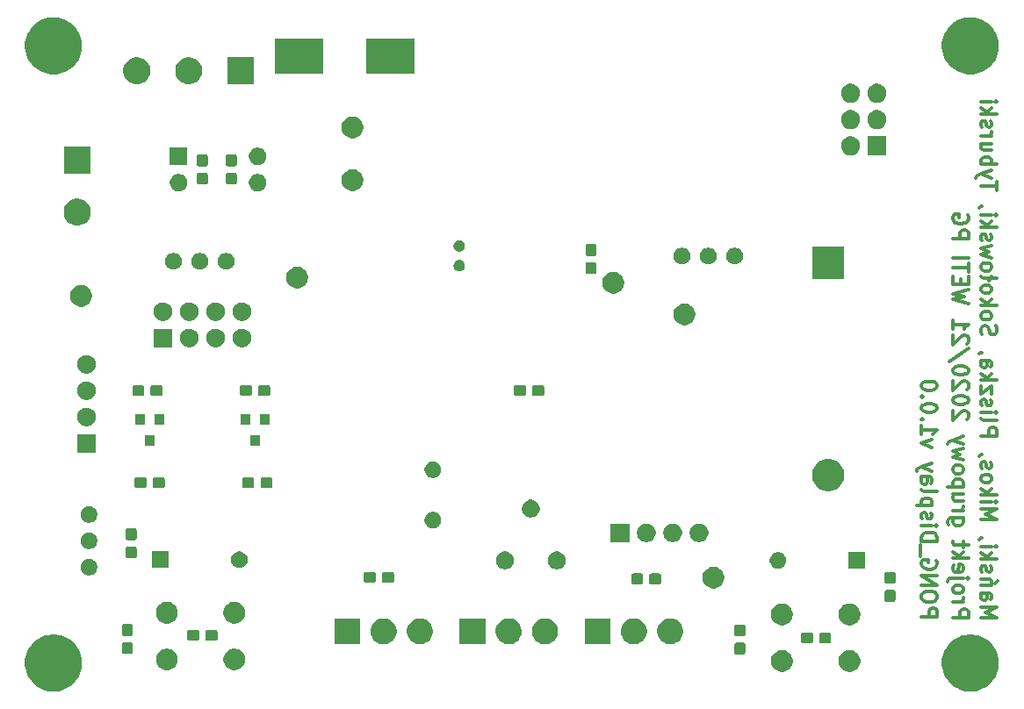
<source format=gbr>
G04 #@! TF.GenerationSoftware,KiCad,Pcbnew,(5.1.5)-3*
G04 #@! TF.CreationDate,2020-05-20T19:54:34+02:00*
G04 #@! TF.ProjectId,PONG_Display,504f4e47-5f44-4697-9370-6c61792e6b69,rev?*
G04 #@! TF.SameCoordinates,Original*
G04 #@! TF.FileFunction,Soldermask,Bot*
G04 #@! TF.FilePolarity,Negative*
%FSLAX46Y46*%
G04 Gerber Fmt 4.6, Leading zero omitted, Abs format (unit mm)*
G04 Created by KiCad (PCBNEW (5.1.5)-3) date 2020-05-20 19:54:34*
%MOMM*%
%LPD*%
G04 APERTURE LIST*
%ADD10C,0.300000*%
%ADD11C,0.100000*%
G04 APERTURE END LIST*
D10*
X99821428Y-70071428D02*
X101321428Y-70071428D01*
X101321428Y-69500000D01*
X101250000Y-69357142D01*
X101178571Y-69285714D01*
X101035714Y-69214285D01*
X100821428Y-69214285D01*
X100678571Y-69285714D01*
X100607142Y-69357142D01*
X100535714Y-69500000D01*
X100535714Y-70071428D01*
X101321428Y-68285714D02*
X101321428Y-68000000D01*
X101250000Y-67857142D01*
X101107142Y-67714285D01*
X100821428Y-67642857D01*
X100321428Y-67642857D01*
X100035714Y-67714285D01*
X99892857Y-67857142D01*
X99821428Y-68000000D01*
X99821428Y-68285714D01*
X99892857Y-68428571D01*
X100035714Y-68571428D01*
X100321428Y-68642857D01*
X100821428Y-68642857D01*
X101107142Y-68571428D01*
X101250000Y-68428571D01*
X101321428Y-68285714D01*
X99821428Y-67000000D02*
X101321428Y-67000000D01*
X99821428Y-66142857D01*
X101321428Y-66142857D01*
X101250000Y-64642857D02*
X101321428Y-64785714D01*
X101321428Y-65000000D01*
X101250000Y-65214285D01*
X101107142Y-65357142D01*
X100964285Y-65428571D01*
X100678571Y-65500000D01*
X100464285Y-65500000D01*
X100178571Y-65428571D01*
X100035714Y-65357142D01*
X99892857Y-65214285D01*
X99821428Y-65000000D01*
X99821428Y-64857142D01*
X99892857Y-64642857D01*
X99964285Y-64571428D01*
X100464285Y-64571428D01*
X100464285Y-64857142D01*
X99678571Y-64285714D02*
X99678571Y-63142857D01*
X99821428Y-62785714D02*
X101321428Y-62785714D01*
X101321428Y-62428571D01*
X101250000Y-62214285D01*
X101107142Y-62071428D01*
X100964285Y-62000000D01*
X100678571Y-61928571D01*
X100464285Y-61928571D01*
X100178571Y-62000000D01*
X100035714Y-62071428D01*
X99892857Y-62214285D01*
X99821428Y-62428571D01*
X99821428Y-62785714D01*
X99821428Y-61285714D02*
X100821428Y-61285714D01*
X101321428Y-61285714D02*
X101250000Y-61357142D01*
X101178571Y-61285714D01*
X101250000Y-61214285D01*
X101321428Y-61285714D01*
X101178571Y-61285714D01*
X99892857Y-60642857D02*
X99821428Y-60500000D01*
X99821428Y-60214285D01*
X99892857Y-60071428D01*
X100035714Y-60000000D01*
X100107142Y-60000000D01*
X100250000Y-60071428D01*
X100321428Y-60214285D01*
X100321428Y-60428571D01*
X100392857Y-60571428D01*
X100535714Y-60642857D01*
X100607142Y-60642857D01*
X100750000Y-60571428D01*
X100821428Y-60428571D01*
X100821428Y-60214285D01*
X100750000Y-60071428D01*
X100821428Y-59357142D02*
X99321428Y-59357142D01*
X100750000Y-59357142D02*
X100821428Y-59214285D01*
X100821428Y-58928571D01*
X100750000Y-58785714D01*
X100678571Y-58714285D01*
X100535714Y-58642857D01*
X100107142Y-58642857D01*
X99964285Y-58714285D01*
X99892857Y-58785714D01*
X99821428Y-58928571D01*
X99821428Y-59214285D01*
X99892857Y-59357142D01*
X99821428Y-57785714D02*
X99892857Y-57928571D01*
X100035714Y-58000000D01*
X101321428Y-58000000D01*
X99821428Y-56571428D02*
X100607142Y-56571428D01*
X100750000Y-56642857D01*
X100821428Y-56785714D01*
X100821428Y-57071428D01*
X100750000Y-57214285D01*
X99892857Y-56571428D02*
X99821428Y-56714285D01*
X99821428Y-57071428D01*
X99892857Y-57214285D01*
X100035714Y-57285714D01*
X100178571Y-57285714D01*
X100321428Y-57214285D01*
X100392857Y-57071428D01*
X100392857Y-56714285D01*
X100464285Y-56571428D01*
X100821428Y-56000000D02*
X99821428Y-55642857D01*
X100821428Y-55285714D02*
X99821428Y-55642857D01*
X99464285Y-55785714D01*
X99392857Y-55857142D01*
X99321428Y-56000000D01*
X100821428Y-53714285D02*
X99821428Y-53357142D01*
X100821428Y-53000000D01*
X99821428Y-51642857D02*
X99821428Y-52500000D01*
X99821428Y-52071428D02*
X101321428Y-52071428D01*
X101107142Y-52214285D01*
X100964285Y-52357142D01*
X100892857Y-52500000D01*
X99964285Y-51000000D02*
X99892857Y-50928571D01*
X99821428Y-51000000D01*
X99892857Y-51071428D01*
X99964285Y-51000000D01*
X99821428Y-51000000D01*
X101321428Y-50000000D02*
X101321428Y-49857142D01*
X101250000Y-49714285D01*
X101178571Y-49642857D01*
X101035714Y-49571428D01*
X100750000Y-49500000D01*
X100392857Y-49500000D01*
X100107142Y-49571428D01*
X99964285Y-49642857D01*
X99892857Y-49714285D01*
X99821428Y-49857142D01*
X99821428Y-50000000D01*
X99892857Y-50142857D01*
X99964285Y-50214285D01*
X100107142Y-50285714D01*
X100392857Y-50357142D01*
X100750000Y-50357142D01*
X101035714Y-50285714D01*
X101178571Y-50214285D01*
X101250000Y-50142857D01*
X101321428Y-50000000D01*
X99964285Y-48857142D02*
X99892857Y-48785714D01*
X99821428Y-48857142D01*
X99892857Y-48928571D01*
X99964285Y-48857142D01*
X99821428Y-48857142D01*
X101321428Y-47857142D02*
X101321428Y-47714285D01*
X101250000Y-47571428D01*
X101178571Y-47500000D01*
X101035714Y-47428571D01*
X100750000Y-47357142D01*
X100392857Y-47357142D01*
X100107142Y-47428571D01*
X99964285Y-47500000D01*
X99892857Y-47571428D01*
X99821428Y-47714285D01*
X99821428Y-47857142D01*
X99892857Y-48000000D01*
X99964285Y-48071428D01*
X100107142Y-48142857D01*
X100392857Y-48214285D01*
X100750000Y-48214285D01*
X101035714Y-48142857D01*
X101178571Y-48071428D01*
X101250000Y-48000000D01*
X101321428Y-47857142D01*
X102821428Y-70178571D02*
X104321428Y-70178571D01*
X104321428Y-69607142D01*
X104250000Y-69464285D01*
X104178571Y-69392857D01*
X104035714Y-69321428D01*
X103821428Y-69321428D01*
X103678571Y-69392857D01*
X103607142Y-69464285D01*
X103535714Y-69607142D01*
X103535714Y-70178571D01*
X102821428Y-68678571D02*
X103821428Y-68678571D01*
X103535714Y-68678571D02*
X103678571Y-68607142D01*
X103750000Y-68535714D01*
X103821428Y-68392857D01*
X103821428Y-68250000D01*
X102821428Y-67535714D02*
X102892857Y-67678571D01*
X102964285Y-67750000D01*
X103107142Y-67821428D01*
X103535714Y-67821428D01*
X103678571Y-67750000D01*
X103750000Y-67678571D01*
X103821428Y-67535714D01*
X103821428Y-67321428D01*
X103750000Y-67178571D01*
X103678571Y-67107142D01*
X103535714Y-67035714D01*
X103107142Y-67035714D01*
X102964285Y-67107142D01*
X102892857Y-67178571D01*
X102821428Y-67321428D01*
X102821428Y-67535714D01*
X103821428Y-66392857D02*
X102535714Y-66392857D01*
X102392857Y-66464285D01*
X102321428Y-66607142D01*
X102321428Y-66678571D01*
X104321428Y-66392857D02*
X104250000Y-66464285D01*
X104178571Y-66392857D01*
X104250000Y-66321428D01*
X104321428Y-66392857D01*
X104178571Y-66392857D01*
X102892857Y-65107142D02*
X102821428Y-65250000D01*
X102821428Y-65535714D01*
X102892857Y-65678571D01*
X103035714Y-65750000D01*
X103607142Y-65750000D01*
X103750000Y-65678571D01*
X103821428Y-65535714D01*
X103821428Y-65250000D01*
X103750000Y-65107142D01*
X103607142Y-65035714D01*
X103464285Y-65035714D01*
X103321428Y-65750000D01*
X102821428Y-64392857D02*
X104321428Y-64392857D01*
X103392857Y-64250000D02*
X102821428Y-63821428D01*
X103821428Y-63821428D02*
X103250000Y-64392857D01*
X103821428Y-63392857D02*
X103821428Y-62821428D01*
X104321428Y-63178571D02*
X103035714Y-63178571D01*
X102892857Y-63107142D01*
X102821428Y-62964285D01*
X102821428Y-62821428D01*
X103821428Y-60535714D02*
X102607142Y-60535714D01*
X102464285Y-60607142D01*
X102392857Y-60678571D01*
X102321428Y-60821428D01*
X102321428Y-61035714D01*
X102392857Y-61178571D01*
X102892857Y-60535714D02*
X102821428Y-60678571D01*
X102821428Y-60964285D01*
X102892857Y-61107142D01*
X102964285Y-61178571D01*
X103107142Y-61250000D01*
X103535714Y-61250000D01*
X103678571Y-61178571D01*
X103750000Y-61107142D01*
X103821428Y-60964285D01*
X103821428Y-60678571D01*
X103750000Y-60535714D01*
X102821428Y-59821428D02*
X103821428Y-59821428D01*
X103535714Y-59821428D02*
X103678571Y-59750000D01*
X103750000Y-59678571D01*
X103821428Y-59535714D01*
X103821428Y-59392857D01*
X103821428Y-58250000D02*
X102821428Y-58250000D01*
X103821428Y-58892857D02*
X103035714Y-58892857D01*
X102892857Y-58821428D01*
X102821428Y-58678571D01*
X102821428Y-58464285D01*
X102892857Y-58321428D01*
X102964285Y-58250000D01*
X103821428Y-57535714D02*
X102321428Y-57535714D01*
X103750000Y-57535714D02*
X103821428Y-57392857D01*
X103821428Y-57107142D01*
X103750000Y-56964285D01*
X103678571Y-56892857D01*
X103535714Y-56821428D01*
X103107142Y-56821428D01*
X102964285Y-56892857D01*
X102892857Y-56964285D01*
X102821428Y-57107142D01*
X102821428Y-57392857D01*
X102892857Y-57535714D01*
X102821428Y-55964285D02*
X102892857Y-56107142D01*
X102964285Y-56178571D01*
X103107142Y-56250000D01*
X103535714Y-56250000D01*
X103678571Y-56178571D01*
X103750000Y-56107142D01*
X103821428Y-55964285D01*
X103821428Y-55750000D01*
X103750000Y-55607142D01*
X103678571Y-55535714D01*
X103535714Y-55464285D01*
X103107142Y-55464285D01*
X102964285Y-55535714D01*
X102892857Y-55607142D01*
X102821428Y-55750000D01*
X102821428Y-55964285D01*
X103821428Y-54964285D02*
X102821428Y-54678571D01*
X103535714Y-54392857D01*
X102821428Y-54107142D01*
X103821428Y-53821428D01*
X103821428Y-53392857D02*
X102821428Y-53035714D01*
X103821428Y-52678571D02*
X102821428Y-53035714D01*
X102464285Y-53178571D01*
X102392857Y-53250000D01*
X102321428Y-53392857D01*
X104178571Y-51035714D02*
X104250000Y-50964285D01*
X104321428Y-50821428D01*
X104321428Y-50464285D01*
X104250000Y-50321428D01*
X104178571Y-50250000D01*
X104035714Y-50178571D01*
X103892857Y-50178571D01*
X103678571Y-50250000D01*
X102821428Y-51107142D01*
X102821428Y-50178571D01*
X104321428Y-49250000D02*
X104321428Y-49107142D01*
X104250000Y-48964285D01*
X104178571Y-48892857D01*
X104035714Y-48821428D01*
X103750000Y-48750000D01*
X103392857Y-48750000D01*
X103107142Y-48821428D01*
X102964285Y-48892857D01*
X102892857Y-48964285D01*
X102821428Y-49107142D01*
X102821428Y-49250000D01*
X102892857Y-49392857D01*
X102964285Y-49464285D01*
X103107142Y-49535714D01*
X103392857Y-49607142D01*
X103750000Y-49607142D01*
X104035714Y-49535714D01*
X104178571Y-49464285D01*
X104250000Y-49392857D01*
X104321428Y-49250000D01*
X104178571Y-48178571D02*
X104250000Y-48107142D01*
X104321428Y-47964285D01*
X104321428Y-47607142D01*
X104250000Y-47464285D01*
X104178571Y-47392857D01*
X104035714Y-47321428D01*
X103892857Y-47321428D01*
X103678571Y-47392857D01*
X102821428Y-48250000D01*
X102821428Y-47321428D01*
X104321428Y-46392857D02*
X104321428Y-46250000D01*
X104250000Y-46107142D01*
X104178571Y-46035714D01*
X104035714Y-45964285D01*
X103750000Y-45892857D01*
X103392857Y-45892857D01*
X103107142Y-45964285D01*
X102964285Y-46035714D01*
X102892857Y-46107142D01*
X102821428Y-46250000D01*
X102821428Y-46392857D01*
X102892857Y-46535714D01*
X102964285Y-46607142D01*
X103107142Y-46678571D01*
X103392857Y-46750000D01*
X103750000Y-46750000D01*
X104035714Y-46678571D01*
X104178571Y-46607142D01*
X104250000Y-46535714D01*
X104321428Y-46392857D01*
X104392857Y-44178571D02*
X102464285Y-45464285D01*
X104178571Y-43750000D02*
X104250000Y-43678571D01*
X104321428Y-43535714D01*
X104321428Y-43178571D01*
X104250000Y-43035714D01*
X104178571Y-42964285D01*
X104035714Y-42892857D01*
X103892857Y-42892857D01*
X103678571Y-42964285D01*
X102821428Y-43821428D01*
X102821428Y-42892857D01*
X102821428Y-41464285D02*
X102821428Y-42321428D01*
X102821428Y-41892857D02*
X104321428Y-41892857D01*
X104107142Y-42035714D01*
X103964285Y-42178571D01*
X103892857Y-42321428D01*
X104321428Y-39821428D02*
X102821428Y-39464285D01*
X103892857Y-39178571D01*
X102821428Y-38892857D01*
X104321428Y-38535714D01*
X103607142Y-37964285D02*
X103607142Y-37464285D01*
X102821428Y-37250000D02*
X102821428Y-37964285D01*
X104321428Y-37964285D01*
X104321428Y-37250000D01*
X104321428Y-36821428D02*
X104321428Y-35964285D01*
X102821428Y-36392857D02*
X104321428Y-36392857D01*
X102821428Y-35464285D02*
X104321428Y-35464285D01*
X102821428Y-33607142D02*
X104321428Y-33607142D01*
X104321428Y-33035714D01*
X104250000Y-32892857D01*
X104178571Y-32821428D01*
X104035714Y-32750000D01*
X103821428Y-32750000D01*
X103678571Y-32821428D01*
X103607142Y-32892857D01*
X103535714Y-33035714D01*
X103535714Y-33607142D01*
X104250000Y-31321428D02*
X104321428Y-31464285D01*
X104321428Y-31678571D01*
X104250000Y-31892857D01*
X104107142Y-32035714D01*
X103964285Y-32107142D01*
X103678571Y-32178571D01*
X103464285Y-32178571D01*
X103178571Y-32107142D01*
X103035714Y-32035714D01*
X102892857Y-31892857D01*
X102821428Y-31678571D01*
X102821428Y-31535714D01*
X102892857Y-31321428D01*
X102964285Y-31250000D01*
X103464285Y-31250000D01*
X103464285Y-31535714D01*
X105571428Y-70142857D02*
X107071428Y-70142857D01*
X106000000Y-69642857D01*
X107071428Y-69142857D01*
X105571428Y-69142857D01*
X105571428Y-67785714D02*
X106357142Y-67785714D01*
X106500000Y-67857142D01*
X106571428Y-68000000D01*
X106571428Y-68285714D01*
X106500000Y-68428571D01*
X105642857Y-67785714D02*
X105571428Y-67928571D01*
X105571428Y-68285714D01*
X105642857Y-68428571D01*
X105785714Y-68500000D01*
X105928571Y-68500000D01*
X106071428Y-68428571D01*
X106142857Y-68285714D01*
X106142857Y-67928571D01*
X106214285Y-67785714D01*
X106571428Y-67071428D02*
X105571428Y-67071428D01*
X106428571Y-67071428D02*
X106500000Y-67000000D01*
X106571428Y-66857142D01*
X106571428Y-66642857D01*
X106500000Y-66500000D01*
X106357142Y-66428571D01*
X105571428Y-66428571D01*
X107142857Y-66642857D02*
X106928571Y-66857142D01*
X105642857Y-65785714D02*
X105571428Y-65642857D01*
X105571428Y-65357142D01*
X105642857Y-65214285D01*
X105785714Y-65142857D01*
X105857142Y-65142857D01*
X106000000Y-65214285D01*
X106071428Y-65357142D01*
X106071428Y-65571428D01*
X106142857Y-65714285D01*
X106285714Y-65785714D01*
X106357142Y-65785714D01*
X106500000Y-65714285D01*
X106571428Y-65571428D01*
X106571428Y-65357142D01*
X106500000Y-65214285D01*
X105571428Y-64500000D02*
X107071428Y-64500000D01*
X106142857Y-64357142D02*
X105571428Y-63928571D01*
X106571428Y-63928571D02*
X106000000Y-64500000D01*
X105571428Y-63285714D02*
X106571428Y-63285714D01*
X107071428Y-63285714D02*
X107000000Y-63357142D01*
X106928571Y-63285714D01*
X107000000Y-63214285D01*
X107071428Y-63285714D01*
X106928571Y-63285714D01*
X105642857Y-62500000D02*
X105571428Y-62500000D01*
X105428571Y-62571428D01*
X105357142Y-62642857D01*
X105571428Y-60714285D02*
X107071428Y-60714285D01*
X106000000Y-60214285D01*
X107071428Y-59714285D01*
X105571428Y-59714285D01*
X105571428Y-59000000D02*
X106571428Y-59000000D01*
X107071428Y-59000000D02*
X107000000Y-59071428D01*
X106928571Y-59000000D01*
X107000000Y-58928571D01*
X107071428Y-59000000D01*
X106928571Y-59000000D01*
X105571428Y-58285714D02*
X107071428Y-58285714D01*
X106142857Y-58142857D02*
X105571428Y-57714285D01*
X106571428Y-57714285D02*
X106000000Y-58285714D01*
X105571428Y-56857142D02*
X105642857Y-57000000D01*
X105714285Y-57071428D01*
X105857142Y-57142857D01*
X106285714Y-57142857D01*
X106428571Y-57071428D01*
X106500000Y-57000000D01*
X106571428Y-56857142D01*
X106571428Y-56642857D01*
X106500000Y-56500000D01*
X106428571Y-56428571D01*
X106285714Y-56357142D01*
X105857142Y-56357142D01*
X105714285Y-56428571D01*
X105642857Y-56500000D01*
X105571428Y-56642857D01*
X105571428Y-56857142D01*
X105642857Y-55785714D02*
X105571428Y-55642857D01*
X105571428Y-55357142D01*
X105642857Y-55214285D01*
X105785714Y-55142857D01*
X105857142Y-55142857D01*
X106000000Y-55214285D01*
X106071428Y-55357142D01*
X106071428Y-55571428D01*
X106142857Y-55714285D01*
X106285714Y-55785714D01*
X106357142Y-55785714D01*
X106500000Y-55714285D01*
X106571428Y-55571428D01*
X106571428Y-55357142D01*
X106500000Y-55214285D01*
X105642857Y-54428571D02*
X105571428Y-54428571D01*
X105428571Y-54499999D01*
X105357142Y-54571428D01*
X105571428Y-52642857D02*
X107071428Y-52642857D01*
X107071428Y-52071428D01*
X107000000Y-51928571D01*
X106928571Y-51857142D01*
X106785714Y-51785714D01*
X106571428Y-51785714D01*
X106428571Y-51857142D01*
X106357142Y-51928571D01*
X106285714Y-52071428D01*
X106285714Y-52642857D01*
X105571428Y-50928571D02*
X105642857Y-51071428D01*
X105785714Y-51142857D01*
X107071428Y-51142857D01*
X105571428Y-50357142D02*
X106571428Y-50357142D01*
X107071428Y-50357142D02*
X107000000Y-50428571D01*
X106928571Y-50357142D01*
X107000000Y-50285714D01*
X107071428Y-50357142D01*
X106928571Y-50357142D01*
X105642857Y-49714285D02*
X105571428Y-49571428D01*
X105571428Y-49285714D01*
X105642857Y-49142857D01*
X105785714Y-49071428D01*
X105857142Y-49071428D01*
X106000000Y-49142857D01*
X106071428Y-49285714D01*
X106071428Y-49499999D01*
X106142857Y-49642857D01*
X106285714Y-49714285D01*
X106357142Y-49714285D01*
X106500000Y-49642857D01*
X106571428Y-49499999D01*
X106571428Y-49285714D01*
X106500000Y-49142857D01*
X106571428Y-48571428D02*
X106571428Y-47785714D01*
X105571428Y-48571428D01*
X105571428Y-47785714D01*
X105571428Y-47214285D02*
X107071428Y-47214285D01*
X106142857Y-47071428D02*
X105571428Y-46642857D01*
X106571428Y-46642857D02*
X106000000Y-47214285D01*
X105571428Y-45357142D02*
X106357142Y-45357142D01*
X106500000Y-45428571D01*
X106571428Y-45571428D01*
X106571428Y-45857142D01*
X106500000Y-45999999D01*
X105642857Y-45357142D02*
X105571428Y-45499999D01*
X105571428Y-45857142D01*
X105642857Y-45999999D01*
X105785714Y-46071428D01*
X105928571Y-46071428D01*
X106071428Y-45999999D01*
X106142857Y-45857142D01*
X106142857Y-45499999D01*
X106214285Y-45357142D01*
X105642857Y-44571428D02*
X105571428Y-44571428D01*
X105428571Y-44642857D01*
X105357142Y-44714285D01*
X105642857Y-42857142D02*
X105571428Y-42642857D01*
X105571428Y-42285714D01*
X105642857Y-42142857D01*
X105714285Y-42071428D01*
X105857142Y-42000000D01*
X106000000Y-42000000D01*
X106142857Y-42071428D01*
X106214285Y-42142857D01*
X106285714Y-42285714D01*
X106357142Y-42571428D01*
X106428571Y-42714285D01*
X106500000Y-42785714D01*
X106642857Y-42857142D01*
X106785714Y-42857142D01*
X106928571Y-42785714D01*
X107000000Y-42714285D01*
X107071428Y-42571428D01*
X107071428Y-42214285D01*
X107000000Y-42000000D01*
X105571428Y-41142857D02*
X105642857Y-41285714D01*
X105714285Y-41357142D01*
X105857142Y-41428571D01*
X106285714Y-41428571D01*
X106428571Y-41357142D01*
X106500000Y-41285714D01*
X106571428Y-41142857D01*
X106571428Y-40928571D01*
X106500000Y-40785714D01*
X106428571Y-40714285D01*
X106285714Y-40642857D01*
X105857142Y-40642857D01*
X105714285Y-40714285D01*
X105642857Y-40785714D01*
X105571428Y-40928571D01*
X105571428Y-41142857D01*
X105571428Y-39999999D02*
X107071428Y-39999999D01*
X106142857Y-39857142D02*
X105571428Y-39428571D01*
X106571428Y-39428571D02*
X106000000Y-39999999D01*
X105571428Y-38571428D02*
X105642857Y-38714285D01*
X105714285Y-38785714D01*
X105857142Y-38857142D01*
X106285714Y-38857142D01*
X106428571Y-38785714D01*
X106500000Y-38714285D01*
X106571428Y-38571428D01*
X106571428Y-38357142D01*
X106500000Y-38214285D01*
X106428571Y-38142857D01*
X106285714Y-38071428D01*
X105857142Y-38071428D01*
X105714285Y-38142857D01*
X105642857Y-38214285D01*
X105571428Y-38357142D01*
X105571428Y-38571428D01*
X105571428Y-37214285D02*
X105642857Y-37357142D01*
X105785714Y-37428571D01*
X107071428Y-37428571D01*
X106285714Y-37642857D02*
X106571428Y-37214285D01*
X105571428Y-36428571D02*
X105642857Y-36571428D01*
X105714285Y-36642857D01*
X105857142Y-36714285D01*
X106285714Y-36714285D01*
X106428571Y-36642857D01*
X106500000Y-36571428D01*
X106571428Y-36428571D01*
X106571428Y-36214285D01*
X106500000Y-36071428D01*
X106428571Y-35999999D01*
X106285714Y-35928571D01*
X105857142Y-35928571D01*
X105714285Y-35999999D01*
X105642857Y-36071428D01*
X105571428Y-36214285D01*
X105571428Y-36428571D01*
X106571428Y-35428571D02*
X105571428Y-35142857D01*
X106285714Y-34857142D01*
X105571428Y-34571428D01*
X106571428Y-34285714D01*
X105642857Y-33785714D02*
X105571428Y-33642857D01*
X105571428Y-33357142D01*
X105642857Y-33214285D01*
X105785714Y-33142857D01*
X105857142Y-33142857D01*
X106000000Y-33214285D01*
X106071428Y-33357142D01*
X106071428Y-33571428D01*
X106142857Y-33714285D01*
X106285714Y-33785714D01*
X106357142Y-33785714D01*
X106500000Y-33714285D01*
X106571428Y-33571428D01*
X106571428Y-33357142D01*
X106500000Y-33214285D01*
X105571428Y-32499999D02*
X107071428Y-32499999D01*
X106142857Y-32357142D02*
X105571428Y-31928571D01*
X106571428Y-31928571D02*
X106000000Y-32499999D01*
X105571428Y-31285714D02*
X106571428Y-31285714D01*
X107071428Y-31285714D02*
X107000000Y-31357142D01*
X106928571Y-31285714D01*
X107000000Y-31214285D01*
X107071428Y-31285714D01*
X106928571Y-31285714D01*
X105642857Y-30499999D02*
X105571428Y-30499999D01*
X105428571Y-30571428D01*
X105357142Y-30642857D01*
X107071428Y-28928571D02*
X107071428Y-28071428D01*
X105571428Y-28499999D02*
X107071428Y-28499999D01*
X106571428Y-27714285D02*
X105571428Y-27357142D01*
X106571428Y-26999999D02*
X105571428Y-27357142D01*
X105214285Y-27499999D01*
X105142857Y-27571428D01*
X105071428Y-27714285D01*
X105571428Y-26428571D02*
X107071428Y-26428571D01*
X106500000Y-26428571D02*
X106571428Y-26285714D01*
X106571428Y-25999999D01*
X106500000Y-25857142D01*
X106428571Y-25785714D01*
X106285714Y-25714285D01*
X105857142Y-25714285D01*
X105714285Y-25785714D01*
X105642857Y-25857142D01*
X105571428Y-25999999D01*
X105571428Y-26285714D01*
X105642857Y-26428571D01*
X106571428Y-24428571D02*
X105571428Y-24428571D01*
X106571428Y-25071428D02*
X105785714Y-25071428D01*
X105642857Y-24999999D01*
X105571428Y-24857142D01*
X105571428Y-24642857D01*
X105642857Y-24499999D01*
X105714285Y-24428571D01*
X105571428Y-23714285D02*
X106571428Y-23714285D01*
X106285714Y-23714285D02*
X106428571Y-23642857D01*
X106500000Y-23571428D01*
X106571428Y-23428571D01*
X106571428Y-23285714D01*
X105642857Y-22857142D02*
X105571428Y-22714285D01*
X105571428Y-22428571D01*
X105642857Y-22285714D01*
X105785714Y-22214285D01*
X105857142Y-22214285D01*
X106000000Y-22285714D01*
X106071428Y-22428571D01*
X106071428Y-22642857D01*
X106142857Y-22785714D01*
X106285714Y-22857142D01*
X106357142Y-22857142D01*
X106500000Y-22785714D01*
X106571428Y-22642857D01*
X106571428Y-22428571D01*
X106500000Y-22285714D01*
X105571428Y-21571428D02*
X107071428Y-21571428D01*
X106142857Y-21428571D02*
X105571428Y-20999999D01*
X106571428Y-20999999D02*
X106000000Y-21571428D01*
X105571428Y-20357142D02*
X106571428Y-20357142D01*
X107071428Y-20357142D02*
X107000000Y-20428571D01*
X106928571Y-20357142D01*
X107000000Y-20285714D01*
X107071428Y-20357142D01*
X106928571Y-20357142D01*
D11*
G36*
X104977475Y-71834903D02*
G01*
X105323437Y-71903719D01*
X105824087Y-72111095D01*
X105951618Y-72196309D01*
X106274660Y-72412158D01*
X106657842Y-72795340D01*
X106838316Y-73065439D01*
X106958905Y-73245913D01*
X107152793Y-73714000D01*
X107166281Y-73746564D01*
X107272000Y-74278049D01*
X107272000Y-74819951D01*
X107236186Y-75000000D01*
X107166281Y-75351437D01*
X106958905Y-75852087D01*
X106902521Y-75936471D01*
X106657842Y-76302660D01*
X106274660Y-76685842D01*
X106011774Y-76861496D01*
X105824087Y-76986905D01*
X105323437Y-77194281D01*
X105057693Y-77247141D01*
X104791951Y-77300000D01*
X104250049Y-77300000D01*
X103984307Y-77247141D01*
X103718563Y-77194281D01*
X103217913Y-76986905D01*
X103030226Y-76861496D01*
X102767340Y-76685842D01*
X102384158Y-76302660D01*
X102139479Y-75936471D01*
X102083095Y-75852087D01*
X101875719Y-75351437D01*
X101805814Y-75000000D01*
X101770000Y-74819951D01*
X101770000Y-74278049D01*
X101875719Y-73746564D01*
X101889207Y-73714000D01*
X102083095Y-73245913D01*
X102203684Y-73065439D01*
X102384158Y-72795340D01*
X102767340Y-72412158D01*
X103090382Y-72196309D01*
X103217913Y-72111095D01*
X103718563Y-71903719D01*
X104064525Y-71834903D01*
X104250049Y-71798000D01*
X104791951Y-71798000D01*
X104977475Y-71834903D01*
G37*
G36*
X16578475Y-71834903D02*
G01*
X16924437Y-71903719D01*
X17425087Y-72111095D01*
X17552618Y-72196309D01*
X17875660Y-72412158D01*
X18258842Y-72795340D01*
X18439316Y-73065439D01*
X18559905Y-73245913D01*
X18753793Y-73714000D01*
X18767281Y-73746564D01*
X18873000Y-74278049D01*
X18873000Y-74819951D01*
X18837186Y-75000000D01*
X18767281Y-75351437D01*
X18559905Y-75852087D01*
X18503521Y-75936471D01*
X18258842Y-76302660D01*
X17875660Y-76685842D01*
X17612774Y-76861496D01*
X17425087Y-76986905D01*
X16924437Y-77194281D01*
X16658693Y-77247141D01*
X16392951Y-77300000D01*
X15851049Y-77300000D01*
X15585307Y-77247141D01*
X15319563Y-77194281D01*
X14818913Y-76986905D01*
X14631226Y-76861496D01*
X14368340Y-76685842D01*
X13985158Y-76302660D01*
X13740479Y-75936471D01*
X13684095Y-75852087D01*
X13476719Y-75351437D01*
X13406814Y-75000000D01*
X13371000Y-74819951D01*
X13371000Y-74278049D01*
X13476719Y-73746564D01*
X13490207Y-73714000D01*
X13684095Y-73245913D01*
X13804684Y-73065439D01*
X13985158Y-72795340D01*
X14368340Y-72412158D01*
X14691382Y-72196309D01*
X14818913Y-72111095D01*
X15319563Y-71903719D01*
X15665525Y-71834903D01*
X15851049Y-71798000D01*
X16392951Y-71798000D01*
X16578475Y-71834903D01*
G37*
G36*
X93166564Y-73339389D02*
G01*
X93357833Y-73418615D01*
X93357835Y-73418616D01*
X93529973Y-73533635D01*
X93676365Y-73680027D01*
X93720824Y-73746564D01*
X93791385Y-73852167D01*
X93870611Y-74043436D01*
X93911000Y-74246484D01*
X93911000Y-74453516D01*
X93870611Y-74656564D01*
X93802934Y-74819950D01*
X93791384Y-74847835D01*
X93676365Y-75019973D01*
X93529973Y-75166365D01*
X93357835Y-75281384D01*
X93357834Y-75281385D01*
X93357833Y-75281385D01*
X93166564Y-75360611D01*
X92963516Y-75401000D01*
X92756484Y-75401000D01*
X92553436Y-75360611D01*
X92362167Y-75281385D01*
X92362166Y-75281385D01*
X92362165Y-75281384D01*
X92190027Y-75166365D01*
X92043635Y-75019973D01*
X91928616Y-74847835D01*
X91917066Y-74819950D01*
X91849389Y-74656564D01*
X91809000Y-74453516D01*
X91809000Y-74246484D01*
X91849389Y-74043436D01*
X91928615Y-73852167D01*
X91999177Y-73746564D01*
X92043635Y-73680027D01*
X92190027Y-73533635D01*
X92362165Y-73418616D01*
X92362167Y-73418615D01*
X92553436Y-73339389D01*
X92756484Y-73299000D01*
X92963516Y-73299000D01*
X93166564Y-73339389D01*
G37*
G36*
X86666564Y-73339389D02*
G01*
X86857833Y-73418615D01*
X86857835Y-73418616D01*
X87029973Y-73533635D01*
X87176365Y-73680027D01*
X87220824Y-73746564D01*
X87291385Y-73852167D01*
X87370611Y-74043436D01*
X87411000Y-74246484D01*
X87411000Y-74453516D01*
X87370611Y-74656564D01*
X87302934Y-74819950D01*
X87291384Y-74847835D01*
X87176365Y-75019973D01*
X87029973Y-75166365D01*
X86857835Y-75281384D01*
X86857834Y-75281385D01*
X86857833Y-75281385D01*
X86666564Y-75360611D01*
X86463516Y-75401000D01*
X86256484Y-75401000D01*
X86053436Y-75360611D01*
X85862167Y-75281385D01*
X85862166Y-75281385D01*
X85862165Y-75281384D01*
X85690027Y-75166365D01*
X85543635Y-75019973D01*
X85428616Y-74847835D01*
X85417066Y-74819950D01*
X85349389Y-74656564D01*
X85309000Y-74453516D01*
X85309000Y-74246484D01*
X85349389Y-74043436D01*
X85428615Y-73852167D01*
X85499177Y-73746564D01*
X85543635Y-73680027D01*
X85690027Y-73533635D01*
X85862165Y-73418616D01*
X85862167Y-73418615D01*
X86053436Y-73339389D01*
X86256484Y-73299000D01*
X86463516Y-73299000D01*
X86666564Y-73339389D01*
G37*
G36*
X33857564Y-73181389D02*
G01*
X34019973Y-73248661D01*
X34048835Y-73260616D01*
X34220973Y-73375635D01*
X34367365Y-73522027D01*
X34474924Y-73683000D01*
X34482385Y-73694167D01*
X34561611Y-73885436D01*
X34602000Y-74088484D01*
X34602000Y-74295516D01*
X34561611Y-74498564D01*
X34559119Y-74504580D01*
X34482384Y-74689835D01*
X34367365Y-74861973D01*
X34220973Y-75008365D01*
X34048835Y-75123384D01*
X34048834Y-75123385D01*
X34048833Y-75123385D01*
X33857564Y-75202611D01*
X33654516Y-75243000D01*
X33447484Y-75243000D01*
X33244436Y-75202611D01*
X33053167Y-75123385D01*
X33053166Y-75123385D01*
X33053165Y-75123384D01*
X32881027Y-75008365D01*
X32734635Y-74861973D01*
X32619616Y-74689835D01*
X32542881Y-74504580D01*
X32540389Y-74498564D01*
X32500000Y-74295516D01*
X32500000Y-74088484D01*
X32540389Y-73885436D01*
X32619615Y-73694167D01*
X32627077Y-73683000D01*
X32734635Y-73522027D01*
X32881027Y-73375635D01*
X33053165Y-73260616D01*
X33082027Y-73248661D01*
X33244436Y-73181389D01*
X33447484Y-73141000D01*
X33654516Y-73141000D01*
X33857564Y-73181389D01*
G37*
G36*
X27357564Y-73181389D02*
G01*
X27519973Y-73248661D01*
X27548835Y-73260616D01*
X27720973Y-73375635D01*
X27867365Y-73522027D01*
X27974924Y-73683000D01*
X27982385Y-73694167D01*
X28061611Y-73885436D01*
X28102000Y-74088484D01*
X28102000Y-74295516D01*
X28061611Y-74498564D01*
X28059119Y-74504580D01*
X27982384Y-74689835D01*
X27867365Y-74861973D01*
X27720973Y-75008365D01*
X27548835Y-75123384D01*
X27548834Y-75123385D01*
X27548833Y-75123385D01*
X27357564Y-75202611D01*
X27154516Y-75243000D01*
X26947484Y-75243000D01*
X26744436Y-75202611D01*
X26553167Y-75123385D01*
X26553166Y-75123385D01*
X26553165Y-75123384D01*
X26381027Y-75008365D01*
X26234635Y-74861973D01*
X26119616Y-74689835D01*
X26042881Y-74504580D01*
X26040389Y-74498564D01*
X26000000Y-74295516D01*
X26000000Y-74088484D01*
X26040389Y-73885436D01*
X26119615Y-73694167D01*
X26127077Y-73683000D01*
X26234635Y-73522027D01*
X26381027Y-73375635D01*
X26553165Y-73260616D01*
X26582027Y-73248661D01*
X26744436Y-73181389D01*
X26947484Y-73141000D01*
X27154516Y-73141000D01*
X27357564Y-73181389D01*
G37*
G36*
X82660499Y-72566445D02*
G01*
X82697995Y-72577820D01*
X82732554Y-72596292D01*
X82762847Y-72621153D01*
X82787708Y-72651446D01*
X82806180Y-72686005D01*
X82817555Y-72723501D01*
X82822000Y-72768638D01*
X82822000Y-73507362D01*
X82817555Y-73552499D01*
X82806180Y-73589995D01*
X82787708Y-73624554D01*
X82762847Y-73654847D01*
X82732554Y-73679708D01*
X82697995Y-73698180D01*
X82660499Y-73709555D01*
X82615362Y-73714000D01*
X81976638Y-73714000D01*
X81931501Y-73709555D01*
X81894005Y-73698180D01*
X81859446Y-73679708D01*
X81829153Y-73654847D01*
X81804292Y-73624554D01*
X81785820Y-73589995D01*
X81774445Y-73552499D01*
X81770000Y-73507362D01*
X81770000Y-72768638D01*
X81774445Y-72723501D01*
X81785820Y-72686005D01*
X81804292Y-72651446D01*
X81829153Y-72621153D01*
X81859446Y-72596292D01*
X81894005Y-72577820D01*
X81931501Y-72566445D01*
X81976638Y-72562000D01*
X82615362Y-72562000D01*
X82660499Y-72566445D01*
G37*
G36*
X23605499Y-72535445D02*
G01*
X23642995Y-72546820D01*
X23677554Y-72565292D01*
X23707847Y-72590153D01*
X23732708Y-72620446D01*
X23751180Y-72655005D01*
X23762555Y-72692501D01*
X23767000Y-72737638D01*
X23767000Y-73476362D01*
X23762555Y-73521499D01*
X23751180Y-73558995D01*
X23732708Y-73593554D01*
X23707847Y-73623847D01*
X23677554Y-73648708D01*
X23642995Y-73667180D01*
X23605499Y-73678555D01*
X23560362Y-73683000D01*
X22921638Y-73683000D01*
X22876501Y-73678555D01*
X22839005Y-73667180D01*
X22804446Y-73648708D01*
X22774153Y-73623847D01*
X22749292Y-73593554D01*
X22730820Y-73558995D01*
X22719445Y-73521499D01*
X22715000Y-73476362D01*
X22715000Y-72737638D01*
X22719445Y-72692501D01*
X22730820Y-72655005D01*
X22749292Y-72620446D01*
X22774153Y-72590153D01*
X22804446Y-72565292D01*
X22839005Y-72546820D01*
X22876501Y-72535445D01*
X22921638Y-72531000D01*
X23560362Y-72531000D01*
X23605499Y-72535445D01*
G37*
G36*
X45701000Y-72721000D02*
G01*
X43199000Y-72721000D01*
X43199000Y-70219000D01*
X45701000Y-70219000D01*
X45701000Y-72721000D01*
G37*
G36*
X60379903Y-70267075D02*
G01*
X60574876Y-70347835D01*
X60607571Y-70361378D01*
X60812466Y-70498285D01*
X60986715Y-70672534D01*
X61118956Y-70870446D01*
X61123623Y-70877431D01*
X61217925Y-71105097D01*
X61266000Y-71346786D01*
X61266000Y-71593214D01*
X61230537Y-71771499D01*
X61217925Y-71834903D01*
X61123622Y-72062571D01*
X60986715Y-72267466D01*
X60812466Y-72441715D01*
X60607571Y-72578622D01*
X60607570Y-72578623D01*
X60607569Y-72578623D01*
X60379903Y-72672925D01*
X60138214Y-72721000D01*
X59891786Y-72721000D01*
X59650097Y-72672925D01*
X59422431Y-72578623D01*
X59422430Y-72578623D01*
X59422429Y-72578622D01*
X59217534Y-72441715D01*
X59043285Y-72267466D01*
X58906378Y-72062571D01*
X58812075Y-71834903D01*
X58799463Y-71771499D01*
X58764000Y-71593214D01*
X58764000Y-71346786D01*
X58812075Y-71105097D01*
X58906377Y-70877431D01*
X58911044Y-70870446D01*
X59043285Y-70672534D01*
X59217534Y-70498285D01*
X59422429Y-70361378D01*
X59455125Y-70347835D01*
X59650097Y-70267075D01*
X59891786Y-70219000D01*
X60138214Y-70219000D01*
X60379903Y-70267075D01*
G37*
G36*
X48314903Y-70267075D02*
G01*
X48509876Y-70347835D01*
X48542571Y-70361378D01*
X48747466Y-70498285D01*
X48921715Y-70672534D01*
X49053956Y-70870446D01*
X49058623Y-70877431D01*
X49152925Y-71105097D01*
X49201000Y-71346786D01*
X49201000Y-71593214D01*
X49165537Y-71771499D01*
X49152925Y-71834903D01*
X49058622Y-72062571D01*
X48921715Y-72267466D01*
X48747466Y-72441715D01*
X48542571Y-72578622D01*
X48542570Y-72578623D01*
X48542569Y-72578623D01*
X48314903Y-72672925D01*
X48073214Y-72721000D01*
X47826786Y-72721000D01*
X47585097Y-72672925D01*
X47357431Y-72578623D01*
X47357430Y-72578623D01*
X47357429Y-72578622D01*
X47152534Y-72441715D01*
X46978285Y-72267466D01*
X46841378Y-72062571D01*
X46747075Y-71834903D01*
X46734463Y-71771499D01*
X46699000Y-71593214D01*
X46699000Y-71346786D01*
X46747075Y-71105097D01*
X46841377Y-70877431D01*
X46846044Y-70870446D01*
X46978285Y-70672534D01*
X47152534Y-70498285D01*
X47357429Y-70361378D01*
X47390125Y-70347835D01*
X47585097Y-70267075D01*
X47826786Y-70219000D01*
X48073214Y-70219000D01*
X48314903Y-70267075D01*
G37*
G36*
X51814903Y-70267075D02*
G01*
X52009876Y-70347835D01*
X52042571Y-70361378D01*
X52247466Y-70498285D01*
X52421715Y-70672534D01*
X52553956Y-70870446D01*
X52558623Y-70877431D01*
X52652925Y-71105097D01*
X52701000Y-71346786D01*
X52701000Y-71593214D01*
X52665537Y-71771499D01*
X52652925Y-71834903D01*
X52558622Y-72062571D01*
X52421715Y-72267466D01*
X52247466Y-72441715D01*
X52042571Y-72578622D01*
X52042570Y-72578623D01*
X52042569Y-72578623D01*
X51814903Y-72672925D01*
X51573214Y-72721000D01*
X51326786Y-72721000D01*
X51085097Y-72672925D01*
X50857431Y-72578623D01*
X50857430Y-72578623D01*
X50857429Y-72578622D01*
X50652534Y-72441715D01*
X50478285Y-72267466D01*
X50341378Y-72062571D01*
X50247075Y-71834903D01*
X50234463Y-71771499D01*
X50199000Y-71593214D01*
X50199000Y-71346786D01*
X50247075Y-71105097D01*
X50341377Y-70877431D01*
X50346044Y-70870446D01*
X50478285Y-70672534D01*
X50652534Y-70498285D01*
X50857429Y-70361378D01*
X50890125Y-70347835D01*
X51085097Y-70267075D01*
X51326786Y-70219000D01*
X51573214Y-70219000D01*
X51814903Y-70267075D01*
G37*
G36*
X69831000Y-72721000D02*
G01*
X67329000Y-72721000D01*
X67329000Y-70219000D01*
X69831000Y-70219000D01*
X69831000Y-72721000D01*
G37*
G36*
X72444903Y-70267075D02*
G01*
X72639876Y-70347835D01*
X72672571Y-70361378D01*
X72877466Y-70498285D01*
X73051715Y-70672534D01*
X73183956Y-70870446D01*
X73188623Y-70877431D01*
X73282925Y-71105097D01*
X73331000Y-71346786D01*
X73331000Y-71593214D01*
X73295537Y-71771499D01*
X73282925Y-71834903D01*
X73188622Y-72062571D01*
X73051715Y-72267466D01*
X72877466Y-72441715D01*
X72672571Y-72578622D01*
X72672570Y-72578623D01*
X72672569Y-72578623D01*
X72444903Y-72672925D01*
X72203214Y-72721000D01*
X71956786Y-72721000D01*
X71715097Y-72672925D01*
X71487431Y-72578623D01*
X71487430Y-72578623D01*
X71487429Y-72578622D01*
X71282534Y-72441715D01*
X71108285Y-72267466D01*
X70971378Y-72062571D01*
X70877075Y-71834903D01*
X70864463Y-71771499D01*
X70829000Y-71593214D01*
X70829000Y-71346786D01*
X70877075Y-71105097D01*
X70971377Y-70877431D01*
X70976044Y-70870446D01*
X71108285Y-70672534D01*
X71282534Y-70498285D01*
X71487429Y-70361378D01*
X71520125Y-70347835D01*
X71715097Y-70267075D01*
X71956786Y-70219000D01*
X72203214Y-70219000D01*
X72444903Y-70267075D01*
G37*
G36*
X75944903Y-70267075D02*
G01*
X76139876Y-70347835D01*
X76172571Y-70361378D01*
X76377466Y-70498285D01*
X76551715Y-70672534D01*
X76683956Y-70870446D01*
X76688623Y-70877431D01*
X76782925Y-71105097D01*
X76831000Y-71346786D01*
X76831000Y-71593214D01*
X76795537Y-71771499D01*
X76782925Y-71834903D01*
X76688622Y-72062571D01*
X76551715Y-72267466D01*
X76377466Y-72441715D01*
X76172571Y-72578622D01*
X76172570Y-72578623D01*
X76172569Y-72578623D01*
X75944903Y-72672925D01*
X75703214Y-72721000D01*
X75456786Y-72721000D01*
X75215097Y-72672925D01*
X74987431Y-72578623D01*
X74987430Y-72578623D01*
X74987429Y-72578622D01*
X74782534Y-72441715D01*
X74608285Y-72267466D01*
X74471378Y-72062571D01*
X74377075Y-71834903D01*
X74364463Y-71771499D01*
X74329000Y-71593214D01*
X74329000Y-71346786D01*
X74377075Y-71105097D01*
X74471377Y-70877431D01*
X74476044Y-70870446D01*
X74608285Y-70672534D01*
X74782534Y-70498285D01*
X74987429Y-70361378D01*
X75020125Y-70347835D01*
X75215097Y-70267075D01*
X75456786Y-70219000D01*
X75703214Y-70219000D01*
X75944903Y-70267075D01*
G37*
G36*
X63879903Y-70267075D02*
G01*
X64074876Y-70347835D01*
X64107571Y-70361378D01*
X64312466Y-70498285D01*
X64486715Y-70672534D01*
X64618956Y-70870446D01*
X64623623Y-70877431D01*
X64717925Y-71105097D01*
X64766000Y-71346786D01*
X64766000Y-71593214D01*
X64730537Y-71771499D01*
X64717925Y-71834903D01*
X64623622Y-72062571D01*
X64486715Y-72267466D01*
X64312466Y-72441715D01*
X64107571Y-72578622D01*
X64107570Y-72578623D01*
X64107569Y-72578623D01*
X63879903Y-72672925D01*
X63638214Y-72721000D01*
X63391786Y-72721000D01*
X63150097Y-72672925D01*
X62922431Y-72578623D01*
X62922430Y-72578623D01*
X62922429Y-72578622D01*
X62717534Y-72441715D01*
X62543285Y-72267466D01*
X62406378Y-72062571D01*
X62312075Y-71834903D01*
X62299463Y-71771499D01*
X62264000Y-71593214D01*
X62264000Y-71346786D01*
X62312075Y-71105097D01*
X62406377Y-70877431D01*
X62411044Y-70870446D01*
X62543285Y-70672534D01*
X62717534Y-70498285D01*
X62922429Y-70361378D01*
X62955125Y-70347835D01*
X63150097Y-70267075D01*
X63391786Y-70219000D01*
X63638214Y-70219000D01*
X63879903Y-70267075D01*
G37*
G36*
X57766000Y-72721000D02*
G01*
X55264000Y-72721000D01*
X55264000Y-70219000D01*
X57766000Y-70219000D01*
X57766000Y-72721000D01*
G37*
G36*
X89187499Y-71614445D02*
G01*
X89224995Y-71625820D01*
X89259554Y-71644292D01*
X89289847Y-71669153D01*
X89314708Y-71699446D01*
X89333180Y-71734005D01*
X89344555Y-71771501D01*
X89349000Y-71816638D01*
X89349000Y-72455362D01*
X89344555Y-72500499D01*
X89333180Y-72537995D01*
X89314708Y-72572554D01*
X89289847Y-72602847D01*
X89259554Y-72627708D01*
X89224995Y-72646180D01*
X89187499Y-72657555D01*
X89142362Y-72662000D01*
X88403638Y-72662000D01*
X88358501Y-72657555D01*
X88321005Y-72646180D01*
X88286446Y-72627708D01*
X88256153Y-72602847D01*
X88231292Y-72572554D01*
X88212820Y-72537995D01*
X88201445Y-72500499D01*
X88197000Y-72455362D01*
X88197000Y-71816638D01*
X88201445Y-71771501D01*
X88212820Y-71734005D01*
X88231292Y-71699446D01*
X88256153Y-71669153D01*
X88286446Y-71644292D01*
X88321005Y-71625820D01*
X88358501Y-71614445D01*
X88403638Y-71610000D01*
X89142362Y-71610000D01*
X89187499Y-71614445D01*
G37*
G36*
X90937499Y-71614445D02*
G01*
X90974995Y-71625820D01*
X91009554Y-71644292D01*
X91039847Y-71669153D01*
X91064708Y-71699446D01*
X91083180Y-71734005D01*
X91094555Y-71771501D01*
X91099000Y-71816638D01*
X91099000Y-72455362D01*
X91094555Y-72500499D01*
X91083180Y-72537995D01*
X91064708Y-72572554D01*
X91039847Y-72602847D01*
X91009554Y-72627708D01*
X90974995Y-72646180D01*
X90937499Y-72657555D01*
X90892362Y-72662000D01*
X90153638Y-72662000D01*
X90108501Y-72657555D01*
X90071005Y-72646180D01*
X90036446Y-72627708D01*
X90006153Y-72602847D01*
X89981292Y-72572554D01*
X89962820Y-72537995D01*
X89951445Y-72500499D01*
X89947000Y-72455362D01*
X89947000Y-71816638D01*
X89951445Y-71771501D01*
X89962820Y-71734005D01*
X89981292Y-71699446D01*
X90006153Y-71669153D01*
X90036446Y-71644292D01*
X90071005Y-71625820D01*
X90108501Y-71614445D01*
X90153638Y-71610000D01*
X90892362Y-71610000D01*
X90937499Y-71614445D01*
G37*
G36*
X30019499Y-71360445D02*
G01*
X30056995Y-71371820D01*
X30091554Y-71390292D01*
X30121847Y-71415153D01*
X30146708Y-71445446D01*
X30165180Y-71480005D01*
X30176555Y-71517501D01*
X30181000Y-71562638D01*
X30181000Y-72201362D01*
X30176555Y-72246499D01*
X30165180Y-72283995D01*
X30146708Y-72318554D01*
X30121847Y-72348847D01*
X30091554Y-72373708D01*
X30056995Y-72392180D01*
X30019499Y-72403555D01*
X29974362Y-72408000D01*
X29235638Y-72408000D01*
X29190501Y-72403555D01*
X29153005Y-72392180D01*
X29118446Y-72373708D01*
X29088153Y-72348847D01*
X29063292Y-72318554D01*
X29044820Y-72283995D01*
X29033445Y-72246499D01*
X29029000Y-72201362D01*
X29029000Y-71562638D01*
X29033445Y-71517501D01*
X29044820Y-71480005D01*
X29063292Y-71445446D01*
X29088153Y-71415153D01*
X29118446Y-71390292D01*
X29153005Y-71371820D01*
X29190501Y-71360445D01*
X29235638Y-71356000D01*
X29974362Y-71356000D01*
X30019499Y-71360445D01*
G37*
G36*
X31769499Y-71360445D02*
G01*
X31806995Y-71371820D01*
X31841554Y-71390292D01*
X31871847Y-71415153D01*
X31896708Y-71445446D01*
X31915180Y-71480005D01*
X31926555Y-71517501D01*
X31931000Y-71562638D01*
X31931000Y-72201362D01*
X31926555Y-72246499D01*
X31915180Y-72283995D01*
X31896708Y-72318554D01*
X31871847Y-72348847D01*
X31841554Y-72373708D01*
X31806995Y-72392180D01*
X31769499Y-72403555D01*
X31724362Y-72408000D01*
X30985638Y-72408000D01*
X30940501Y-72403555D01*
X30903005Y-72392180D01*
X30868446Y-72373708D01*
X30838153Y-72348847D01*
X30813292Y-72318554D01*
X30794820Y-72283995D01*
X30783445Y-72246499D01*
X30779000Y-72201362D01*
X30779000Y-71562638D01*
X30783445Y-71517501D01*
X30794820Y-71480005D01*
X30813292Y-71445446D01*
X30838153Y-71415153D01*
X30868446Y-71390292D01*
X30903005Y-71371820D01*
X30940501Y-71360445D01*
X30985638Y-71356000D01*
X31724362Y-71356000D01*
X31769499Y-71360445D01*
G37*
G36*
X82660499Y-70816445D02*
G01*
X82697995Y-70827820D01*
X82732554Y-70846292D01*
X82762847Y-70871153D01*
X82787708Y-70901446D01*
X82806180Y-70936005D01*
X82817555Y-70973501D01*
X82822000Y-71018638D01*
X82822000Y-71757362D01*
X82817555Y-71802499D01*
X82806180Y-71839995D01*
X82787708Y-71874554D01*
X82762847Y-71904847D01*
X82732554Y-71929708D01*
X82697995Y-71948180D01*
X82660499Y-71959555D01*
X82615362Y-71964000D01*
X81976638Y-71964000D01*
X81931501Y-71959555D01*
X81894005Y-71948180D01*
X81859446Y-71929708D01*
X81829153Y-71904847D01*
X81804292Y-71874554D01*
X81785820Y-71839995D01*
X81774445Y-71802499D01*
X81770000Y-71757362D01*
X81770000Y-71018638D01*
X81774445Y-70973501D01*
X81785820Y-70936005D01*
X81804292Y-70901446D01*
X81829153Y-70871153D01*
X81859446Y-70846292D01*
X81894005Y-70827820D01*
X81931501Y-70816445D01*
X81976638Y-70812000D01*
X82615362Y-70812000D01*
X82660499Y-70816445D01*
G37*
G36*
X23605499Y-70785445D02*
G01*
X23642995Y-70796820D01*
X23677554Y-70815292D01*
X23707847Y-70840153D01*
X23732708Y-70870446D01*
X23751180Y-70905005D01*
X23762555Y-70942501D01*
X23767000Y-70987638D01*
X23767000Y-71726362D01*
X23762555Y-71771499D01*
X23751180Y-71808995D01*
X23732708Y-71843554D01*
X23707847Y-71873847D01*
X23677554Y-71898708D01*
X23642995Y-71917180D01*
X23605499Y-71928555D01*
X23560362Y-71933000D01*
X22921638Y-71933000D01*
X22876501Y-71928555D01*
X22839005Y-71917180D01*
X22804446Y-71898708D01*
X22774153Y-71873847D01*
X22749292Y-71843554D01*
X22730820Y-71808995D01*
X22719445Y-71771499D01*
X22715000Y-71726362D01*
X22715000Y-70987638D01*
X22719445Y-70942501D01*
X22730820Y-70905005D01*
X22749292Y-70870446D01*
X22774153Y-70840153D01*
X22804446Y-70815292D01*
X22839005Y-70796820D01*
X22876501Y-70785445D01*
X22921638Y-70781000D01*
X23560362Y-70781000D01*
X23605499Y-70785445D01*
G37*
G36*
X93166564Y-68839389D02*
G01*
X93357833Y-68918615D01*
X93357835Y-68918616D01*
X93512600Y-69022027D01*
X93529973Y-69033635D01*
X93676365Y-69180027D01*
X93791385Y-69352167D01*
X93870611Y-69543436D01*
X93911000Y-69746484D01*
X93911000Y-69953516D01*
X93870611Y-70156564D01*
X93844749Y-70219000D01*
X93791384Y-70347835D01*
X93676365Y-70519973D01*
X93529973Y-70666365D01*
X93357835Y-70781384D01*
X93357834Y-70781385D01*
X93357833Y-70781385D01*
X93166564Y-70860611D01*
X92963516Y-70901000D01*
X92756484Y-70901000D01*
X92553436Y-70860611D01*
X92362167Y-70781385D01*
X92362166Y-70781385D01*
X92362165Y-70781384D01*
X92190027Y-70666365D01*
X92043635Y-70519973D01*
X91928616Y-70347835D01*
X91875251Y-70219000D01*
X91849389Y-70156564D01*
X91809000Y-69953516D01*
X91809000Y-69746484D01*
X91849389Y-69543436D01*
X91928615Y-69352167D01*
X92043635Y-69180027D01*
X92190027Y-69033635D01*
X92207400Y-69022027D01*
X92362165Y-68918616D01*
X92362167Y-68918615D01*
X92553436Y-68839389D01*
X92756484Y-68799000D01*
X92963516Y-68799000D01*
X93166564Y-68839389D01*
G37*
G36*
X86666564Y-68839389D02*
G01*
X86857833Y-68918615D01*
X86857835Y-68918616D01*
X87012600Y-69022027D01*
X87029973Y-69033635D01*
X87176365Y-69180027D01*
X87291385Y-69352167D01*
X87370611Y-69543436D01*
X87411000Y-69746484D01*
X87411000Y-69953516D01*
X87370611Y-70156564D01*
X87344749Y-70219000D01*
X87291384Y-70347835D01*
X87176365Y-70519973D01*
X87029973Y-70666365D01*
X86857835Y-70781384D01*
X86857834Y-70781385D01*
X86857833Y-70781385D01*
X86666564Y-70860611D01*
X86463516Y-70901000D01*
X86256484Y-70901000D01*
X86053436Y-70860611D01*
X85862167Y-70781385D01*
X85862166Y-70781385D01*
X85862165Y-70781384D01*
X85690027Y-70666365D01*
X85543635Y-70519973D01*
X85428616Y-70347835D01*
X85375251Y-70219000D01*
X85349389Y-70156564D01*
X85309000Y-69953516D01*
X85309000Y-69746484D01*
X85349389Y-69543436D01*
X85428615Y-69352167D01*
X85543635Y-69180027D01*
X85690027Y-69033635D01*
X85707400Y-69022027D01*
X85862165Y-68918616D01*
X85862167Y-68918615D01*
X86053436Y-68839389D01*
X86256484Y-68799000D01*
X86463516Y-68799000D01*
X86666564Y-68839389D01*
G37*
G36*
X33857564Y-68681389D02*
G01*
X34048833Y-68760615D01*
X34048835Y-68760616D01*
X34220973Y-68875635D01*
X34367365Y-69022027D01*
X34482385Y-69194167D01*
X34561611Y-69385436D01*
X34602000Y-69588484D01*
X34602000Y-69795516D01*
X34561611Y-69998564D01*
X34496165Y-70156564D01*
X34482384Y-70189835D01*
X34367365Y-70361973D01*
X34220973Y-70508365D01*
X34048835Y-70623384D01*
X34048834Y-70623385D01*
X34048833Y-70623385D01*
X33857564Y-70702611D01*
X33654516Y-70743000D01*
X33447484Y-70743000D01*
X33244436Y-70702611D01*
X33053167Y-70623385D01*
X33053166Y-70623385D01*
X33053165Y-70623384D01*
X32881027Y-70508365D01*
X32734635Y-70361973D01*
X32619616Y-70189835D01*
X32605835Y-70156564D01*
X32540389Y-69998564D01*
X32500000Y-69795516D01*
X32500000Y-69588484D01*
X32540389Y-69385436D01*
X32619615Y-69194167D01*
X32734635Y-69022027D01*
X32881027Y-68875635D01*
X33053165Y-68760616D01*
X33053167Y-68760615D01*
X33244436Y-68681389D01*
X33447484Y-68641000D01*
X33654516Y-68641000D01*
X33857564Y-68681389D01*
G37*
G36*
X27357564Y-68681389D02*
G01*
X27548833Y-68760615D01*
X27548835Y-68760616D01*
X27720973Y-68875635D01*
X27867365Y-69022027D01*
X27982385Y-69194167D01*
X28061611Y-69385436D01*
X28102000Y-69588484D01*
X28102000Y-69795516D01*
X28061611Y-69998564D01*
X27996165Y-70156564D01*
X27982384Y-70189835D01*
X27867365Y-70361973D01*
X27720973Y-70508365D01*
X27548835Y-70623384D01*
X27548834Y-70623385D01*
X27548833Y-70623385D01*
X27357564Y-70702611D01*
X27154516Y-70743000D01*
X26947484Y-70743000D01*
X26744436Y-70702611D01*
X26553167Y-70623385D01*
X26553166Y-70623385D01*
X26553165Y-70623384D01*
X26381027Y-70508365D01*
X26234635Y-70361973D01*
X26119616Y-70189835D01*
X26105835Y-70156564D01*
X26040389Y-69998564D01*
X26000000Y-69795516D01*
X26000000Y-69588484D01*
X26040389Y-69385436D01*
X26119615Y-69194167D01*
X26234635Y-69022027D01*
X26381027Y-68875635D01*
X26553165Y-68760616D01*
X26553167Y-68760615D01*
X26744436Y-68681389D01*
X26947484Y-68641000D01*
X27154516Y-68641000D01*
X27357564Y-68681389D01*
G37*
G36*
X97138499Y-67486445D02*
G01*
X97175995Y-67497820D01*
X97210554Y-67516292D01*
X97240847Y-67541153D01*
X97265708Y-67571446D01*
X97284180Y-67606005D01*
X97295555Y-67643501D01*
X97300000Y-67688638D01*
X97300000Y-68427362D01*
X97295555Y-68472499D01*
X97284180Y-68509995D01*
X97265708Y-68544554D01*
X97240847Y-68574847D01*
X97210554Y-68599708D01*
X97175995Y-68618180D01*
X97138499Y-68629555D01*
X97093362Y-68634000D01*
X96454638Y-68634000D01*
X96409501Y-68629555D01*
X96372005Y-68618180D01*
X96337446Y-68599708D01*
X96307153Y-68574847D01*
X96282292Y-68544554D01*
X96263820Y-68509995D01*
X96252445Y-68472499D01*
X96248000Y-68427362D01*
X96248000Y-67688638D01*
X96252445Y-67643501D01*
X96263820Y-67606005D01*
X96282292Y-67571446D01*
X96307153Y-67541153D01*
X96337446Y-67516292D01*
X96372005Y-67497820D01*
X96409501Y-67486445D01*
X96454638Y-67482000D01*
X97093362Y-67482000D01*
X97138499Y-67486445D01*
G37*
G36*
X80062564Y-65283389D02*
G01*
X80230229Y-65352838D01*
X80253835Y-65362616D01*
X80425973Y-65477635D01*
X80572365Y-65624027D01*
X80681942Y-65788020D01*
X80687385Y-65796167D01*
X80766611Y-65987436D01*
X80807000Y-66190484D01*
X80807000Y-66397516D01*
X80766611Y-66600564D01*
X80689922Y-66785708D01*
X80687384Y-66791835D01*
X80572365Y-66963973D01*
X80425973Y-67110365D01*
X80253835Y-67225384D01*
X80253834Y-67225385D01*
X80253833Y-67225385D01*
X80062564Y-67304611D01*
X79859516Y-67345000D01*
X79652484Y-67345000D01*
X79449436Y-67304611D01*
X79258167Y-67225385D01*
X79258166Y-67225385D01*
X79258165Y-67225384D01*
X79086027Y-67110365D01*
X78939635Y-66963973D01*
X78824616Y-66791835D01*
X78822078Y-66785708D01*
X78745389Y-66600564D01*
X78705000Y-66397516D01*
X78705000Y-66190484D01*
X78745389Y-65987436D01*
X78824615Y-65796167D01*
X78830059Y-65788020D01*
X78939635Y-65624027D01*
X79086027Y-65477635D01*
X79258165Y-65362616D01*
X79281771Y-65352838D01*
X79449436Y-65283389D01*
X79652484Y-65243000D01*
X79859516Y-65243000D01*
X80062564Y-65283389D01*
G37*
G36*
X72804499Y-65899445D02*
G01*
X72841995Y-65910820D01*
X72876554Y-65929292D01*
X72906847Y-65954153D01*
X72931708Y-65984446D01*
X72950180Y-66019005D01*
X72961555Y-66056501D01*
X72966000Y-66101638D01*
X72966000Y-66740362D01*
X72961555Y-66785499D01*
X72950180Y-66822995D01*
X72931708Y-66857554D01*
X72906847Y-66887847D01*
X72876554Y-66912708D01*
X72841995Y-66931180D01*
X72804499Y-66942555D01*
X72759362Y-66947000D01*
X72020638Y-66947000D01*
X71975501Y-66942555D01*
X71938005Y-66931180D01*
X71903446Y-66912708D01*
X71873153Y-66887847D01*
X71848292Y-66857554D01*
X71829820Y-66822995D01*
X71818445Y-66785499D01*
X71814000Y-66740362D01*
X71814000Y-66101638D01*
X71818445Y-66056501D01*
X71829820Y-66019005D01*
X71848292Y-65984446D01*
X71873153Y-65954153D01*
X71903446Y-65929292D01*
X71938005Y-65910820D01*
X71975501Y-65899445D01*
X72020638Y-65895000D01*
X72759362Y-65895000D01*
X72804499Y-65899445D01*
G37*
G36*
X74554499Y-65899445D02*
G01*
X74591995Y-65910820D01*
X74626554Y-65929292D01*
X74656847Y-65954153D01*
X74681708Y-65984446D01*
X74700180Y-66019005D01*
X74711555Y-66056501D01*
X74716000Y-66101638D01*
X74716000Y-66740362D01*
X74711555Y-66785499D01*
X74700180Y-66822995D01*
X74681708Y-66857554D01*
X74656847Y-66887847D01*
X74626554Y-66912708D01*
X74591995Y-66931180D01*
X74554499Y-66942555D01*
X74509362Y-66947000D01*
X73770638Y-66947000D01*
X73725501Y-66942555D01*
X73688005Y-66931180D01*
X73653446Y-66912708D01*
X73623153Y-66887847D01*
X73598292Y-66857554D01*
X73579820Y-66822995D01*
X73568445Y-66785499D01*
X73564000Y-66740362D01*
X73564000Y-66101638D01*
X73568445Y-66056501D01*
X73579820Y-66019005D01*
X73598292Y-65984446D01*
X73623153Y-65954153D01*
X73653446Y-65929292D01*
X73688005Y-65910820D01*
X73725501Y-65899445D01*
X73770638Y-65895000D01*
X74509362Y-65895000D01*
X74554499Y-65899445D01*
G37*
G36*
X97138499Y-65736445D02*
G01*
X97175995Y-65747820D01*
X97210554Y-65766292D01*
X97240847Y-65791153D01*
X97265708Y-65821446D01*
X97284180Y-65856005D01*
X97295555Y-65893501D01*
X97300000Y-65938638D01*
X97300000Y-66677362D01*
X97295555Y-66722499D01*
X97284180Y-66759995D01*
X97265708Y-66794554D01*
X97240847Y-66824847D01*
X97210554Y-66849708D01*
X97175995Y-66868180D01*
X97138499Y-66879555D01*
X97093362Y-66884000D01*
X96454638Y-66884000D01*
X96409501Y-66879555D01*
X96372005Y-66868180D01*
X96337446Y-66849708D01*
X96307153Y-66824847D01*
X96282292Y-66794554D01*
X96263820Y-66759995D01*
X96252445Y-66722499D01*
X96248000Y-66677362D01*
X96248000Y-65938638D01*
X96252445Y-65893501D01*
X96263820Y-65856005D01*
X96282292Y-65821446D01*
X96307153Y-65791153D01*
X96337446Y-65766292D01*
X96372005Y-65747820D01*
X96409501Y-65736445D01*
X96454638Y-65732000D01*
X97093362Y-65732000D01*
X97138499Y-65736445D01*
G37*
G36*
X48787499Y-65772445D02*
G01*
X48824995Y-65783820D01*
X48859554Y-65802292D01*
X48889847Y-65827153D01*
X48914708Y-65857446D01*
X48933180Y-65892005D01*
X48944555Y-65929501D01*
X48949000Y-65974638D01*
X48949000Y-66613362D01*
X48944555Y-66658499D01*
X48933180Y-66695995D01*
X48914708Y-66730554D01*
X48889847Y-66760847D01*
X48859554Y-66785708D01*
X48824995Y-66804180D01*
X48787499Y-66815555D01*
X48742362Y-66820000D01*
X48003638Y-66820000D01*
X47958501Y-66815555D01*
X47921005Y-66804180D01*
X47886446Y-66785708D01*
X47856153Y-66760847D01*
X47831292Y-66730554D01*
X47812820Y-66695995D01*
X47801445Y-66658499D01*
X47797000Y-66613362D01*
X47797000Y-65974638D01*
X47801445Y-65929501D01*
X47812820Y-65892005D01*
X47831292Y-65857446D01*
X47856153Y-65827153D01*
X47886446Y-65802292D01*
X47921005Y-65783820D01*
X47958501Y-65772445D01*
X48003638Y-65768000D01*
X48742362Y-65768000D01*
X48787499Y-65772445D01*
G37*
G36*
X47037499Y-65772445D02*
G01*
X47074995Y-65783820D01*
X47109554Y-65802292D01*
X47139847Y-65827153D01*
X47164708Y-65857446D01*
X47183180Y-65892005D01*
X47194555Y-65929501D01*
X47199000Y-65974638D01*
X47199000Y-66613362D01*
X47194555Y-66658499D01*
X47183180Y-66695995D01*
X47164708Y-66730554D01*
X47139847Y-66760847D01*
X47109554Y-66785708D01*
X47074995Y-66804180D01*
X47037499Y-66815555D01*
X46992362Y-66820000D01*
X46253638Y-66820000D01*
X46208501Y-66815555D01*
X46171005Y-66804180D01*
X46136446Y-66785708D01*
X46106153Y-66760847D01*
X46081292Y-66730554D01*
X46062820Y-66695995D01*
X46051445Y-66658499D01*
X46047000Y-66613362D01*
X46047000Y-65974638D01*
X46051445Y-65929501D01*
X46062820Y-65892005D01*
X46081292Y-65857446D01*
X46106153Y-65827153D01*
X46136446Y-65802292D01*
X46171005Y-65783820D01*
X46208501Y-65772445D01*
X46253638Y-65768000D01*
X46992362Y-65768000D01*
X47037499Y-65772445D01*
G37*
G36*
X19771142Y-64496242D02*
G01*
X19919101Y-64557529D01*
X20052255Y-64646499D01*
X20165501Y-64759745D01*
X20254471Y-64892899D01*
X20315758Y-65040858D01*
X20347000Y-65197925D01*
X20347000Y-65358075D01*
X20315758Y-65515142D01*
X20254471Y-65663101D01*
X20165501Y-65796255D01*
X20052255Y-65909501D01*
X19919101Y-65998471D01*
X19771142Y-66059758D01*
X19614075Y-66091000D01*
X19453925Y-66091000D01*
X19296858Y-66059758D01*
X19148899Y-65998471D01*
X19015745Y-65909501D01*
X18902499Y-65796255D01*
X18813529Y-65663101D01*
X18752242Y-65515142D01*
X18721000Y-65358075D01*
X18721000Y-65197925D01*
X18752242Y-65040858D01*
X18813529Y-64892899D01*
X18902499Y-64759745D01*
X19015745Y-64646499D01*
X19148899Y-64557529D01*
X19296858Y-64496242D01*
X19453925Y-64465000D01*
X19614075Y-64465000D01*
X19771142Y-64496242D01*
G37*
G36*
X59894143Y-63815087D02*
G01*
X60050838Y-63879992D01*
X60191853Y-63974215D01*
X60311785Y-64094147D01*
X60406008Y-64235162D01*
X60470913Y-64391857D01*
X60504000Y-64558198D01*
X60504000Y-64727802D01*
X60470913Y-64894143D01*
X60406008Y-65050838D01*
X60311785Y-65191853D01*
X60191853Y-65311785D01*
X60050838Y-65406008D01*
X59894143Y-65470913D01*
X59727802Y-65504000D01*
X59558198Y-65504000D01*
X59391857Y-65470913D01*
X59235162Y-65406008D01*
X59094147Y-65311785D01*
X58974215Y-65191853D01*
X58879992Y-65050838D01*
X58815087Y-64894143D01*
X58782000Y-64727802D01*
X58782000Y-64558198D01*
X58815087Y-64391857D01*
X58879992Y-64235162D01*
X58974215Y-64094147D01*
X59094147Y-63974215D01*
X59235162Y-63879992D01*
X59391857Y-63815087D01*
X59558198Y-63782000D01*
X59727802Y-63782000D01*
X59894143Y-63815087D01*
G37*
G36*
X64894143Y-63815087D02*
G01*
X65050838Y-63879992D01*
X65191853Y-63974215D01*
X65311785Y-64094147D01*
X65406008Y-64235162D01*
X65470913Y-64391857D01*
X65504000Y-64558198D01*
X65504000Y-64727802D01*
X65470913Y-64894143D01*
X65406008Y-65050838D01*
X65311785Y-65191853D01*
X65191853Y-65311785D01*
X65050838Y-65406008D01*
X64894143Y-65470913D01*
X64727802Y-65504000D01*
X64558198Y-65504000D01*
X64391857Y-65470913D01*
X64235162Y-65406008D01*
X64094147Y-65311785D01*
X63974215Y-65191853D01*
X63879992Y-65050838D01*
X63815087Y-64894143D01*
X63782000Y-64727802D01*
X63782000Y-64558198D01*
X63815087Y-64391857D01*
X63879992Y-64235162D01*
X63974215Y-64094147D01*
X64094147Y-63974215D01*
X64235162Y-63879992D01*
X64391857Y-63815087D01*
X64558198Y-63782000D01*
X64727802Y-63782000D01*
X64894143Y-63815087D01*
G37*
G36*
X94400000Y-65444000D02*
G01*
X92798000Y-65444000D01*
X92798000Y-63842000D01*
X94400000Y-63842000D01*
X94400000Y-65444000D01*
G37*
G36*
X86212642Y-63872781D02*
G01*
X86358414Y-63933162D01*
X86358416Y-63933163D01*
X86489608Y-64020822D01*
X86601178Y-64132392D01*
X86670648Y-64236362D01*
X86688838Y-64263586D01*
X86749219Y-64409358D01*
X86780000Y-64564107D01*
X86780000Y-64721893D01*
X86749219Y-64876642D01*
X86688838Y-65022414D01*
X86688837Y-65022416D01*
X86601178Y-65153608D01*
X86489608Y-65265178D01*
X86358416Y-65352837D01*
X86358415Y-65352838D01*
X86358414Y-65352838D01*
X86212642Y-65413219D01*
X86057893Y-65444000D01*
X85900107Y-65444000D01*
X85745358Y-65413219D01*
X85599586Y-65352838D01*
X85599585Y-65352838D01*
X85599584Y-65352837D01*
X85468392Y-65265178D01*
X85356822Y-65153608D01*
X85269163Y-65022416D01*
X85269162Y-65022414D01*
X85208781Y-64876642D01*
X85178000Y-64721893D01*
X85178000Y-64564107D01*
X85208781Y-64409358D01*
X85269162Y-64263586D01*
X85287352Y-64236362D01*
X85356822Y-64132392D01*
X85468392Y-64020822D01*
X85599584Y-63933163D01*
X85599586Y-63933162D01*
X85745358Y-63872781D01*
X85900107Y-63842000D01*
X86057893Y-63842000D01*
X86212642Y-63872781D01*
G37*
G36*
X34269642Y-63809281D02*
G01*
X34415414Y-63869662D01*
X34415416Y-63869663D01*
X34546608Y-63957322D01*
X34658178Y-64068892D01*
X34732417Y-64180000D01*
X34745838Y-64200086D01*
X34806219Y-64345858D01*
X34837000Y-64500607D01*
X34837000Y-64658393D01*
X34806219Y-64813142D01*
X34745838Y-64958914D01*
X34745837Y-64958916D01*
X34658178Y-65090108D01*
X34546608Y-65201678D01*
X34415416Y-65289337D01*
X34415415Y-65289338D01*
X34415414Y-65289338D01*
X34269642Y-65349719D01*
X34114893Y-65380500D01*
X33957107Y-65380500D01*
X33802358Y-65349719D01*
X33656586Y-65289338D01*
X33656585Y-65289338D01*
X33656584Y-65289337D01*
X33525392Y-65201678D01*
X33413822Y-65090108D01*
X33326163Y-64958916D01*
X33326162Y-64958914D01*
X33265781Y-64813142D01*
X33235000Y-64658393D01*
X33235000Y-64500607D01*
X33265781Y-64345858D01*
X33326162Y-64200086D01*
X33339583Y-64180000D01*
X33413822Y-64068892D01*
X33525392Y-63957322D01*
X33656584Y-63869663D01*
X33656586Y-63869662D01*
X33802358Y-63809281D01*
X33957107Y-63778500D01*
X34114893Y-63778500D01*
X34269642Y-63809281D01*
G37*
G36*
X27217000Y-65380500D02*
G01*
X25615000Y-65380500D01*
X25615000Y-63778500D01*
X27217000Y-63778500D01*
X27217000Y-65380500D01*
G37*
G36*
X23986499Y-63295445D02*
G01*
X24023995Y-63306820D01*
X24058554Y-63325292D01*
X24088847Y-63350153D01*
X24113708Y-63380446D01*
X24132180Y-63415005D01*
X24143555Y-63452501D01*
X24148000Y-63497638D01*
X24148000Y-64236362D01*
X24143555Y-64281499D01*
X24132180Y-64318995D01*
X24113708Y-64353554D01*
X24088847Y-64383847D01*
X24058554Y-64408708D01*
X24023995Y-64427180D01*
X23986499Y-64438555D01*
X23941362Y-64443000D01*
X23302638Y-64443000D01*
X23257501Y-64438555D01*
X23220005Y-64427180D01*
X23185446Y-64408708D01*
X23155153Y-64383847D01*
X23130292Y-64353554D01*
X23111820Y-64318995D01*
X23100445Y-64281499D01*
X23096000Y-64236362D01*
X23096000Y-63497638D01*
X23100445Y-63452501D01*
X23111820Y-63415005D01*
X23130292Y-63380446D01*
X23155153Y-63350153D01*
X23185446Y-63325292D01*
X23220005Y-63306820D01*
X23257501Y-63295445D01*
X23302638Y-63291000D01*
X23941362Y-63291000D01*
X23986499Y-63295445D01*
G37*
G36*
X19771142Y-61956242D02*
G01*
X19919101Y-62017529D01*
X20052255Y-62106499D01*
X20165501Y-62219745D01*
X20254471Y-62352899D01*
X20315758Y-62500858D01*
X20347000Y-62657925D01*
X20347000Y-62818075D01*
X20315758Y-62975142D01*
X20254471Y-63123101D01*
X20165501Y-63256255D01*
X20052255Y-63369501D01*
X19919101Y-63458471D01*
X19771142Y-63519758D01*
X19614075Y-63551000D01*
X19453925Y-63551000D01*
X19296858Y-63519758D01*
X19148899Y-63458471D01*
X19015745Y-63369501D01*
X18902499Y-63256255D01*
X18813529Y-63123101D01*
X18752242Y-62975142D01*
X18721000Y-62818075D01*
X18721000Y-62657925D01*
X18752242Y-62500858D01*
X18813529Y-62352899D01*
X18902499Y-62219745D01*
X19015745Y-62106499D01*
X19148899Y-62017529D01*
X19296858Y-61956242D01*
X19453925Y-61925000D01*
X19614075Y-61925000D01*
X19771142Y-61956242D01*
G37*
G36*
X78472512Y-61079927D02*
G01*
X78621812Y-61109624D01*
X78785784Y-61177544D01*
X78933354Y-61276147D01*
X79058853Y-61401646D01*
X79157456Y-61549216D01*
X79225376Y-61713188D01*
X79260000Y-61887259D01*
X79260000Y-62064741D01*
X79225376Y-62238812D01*
X79157456Y-62402784D01*
X79058853Y-62550354D01*
X78933354Y-62675853D01*
X78785784Y-62774456D01*
X78621812Y-62842376D01*
X78472512Y-62872073D01*
X78447742Y-62877000D01*
X78270258Y-62877000D01*
X78245488Y-62872073D01*
X78096188Y-62842376D01*
X77932216Y-62774456D01*
X77784646Y-62675853D01*
X77659147Y-62550354D01*
X77560544Y-62402784D01*
X77492624Y-62238812D01*
X77458000Y-62064741D01*
X77458000Y-61887259D01*
X77492624Y-61713188D01*
X77560544Y-61549216D01*
X77659147Y-61401646D01*
X77784646Y-61276147D01*
X77932216Y-61177544D01*
X78096188Y-61109624D01*
X78245488Y-61079927D01*
X78270258Y-61075000D01*
X78447742Y-61075000D01*
X78472512Y-61079927D01*
G37*
G36*
X75932512Y-61079927D02*
G01*
X76081812Y-61109624D01*
X76245784Y-61177544D01*
X76393354Y-61276147D01*
X76518853Y-61401646D01*
X76617456Y-61549216D01*
X76685376Y-61713188D01*
X76720000Y-61887259D01*
X76720000Y-62064741D01*
X76685376Y-62238812D01*
X76617456Y-62402784D01*
X76518853Y-62550354D01*
X76393354Y-62675853D01*
X76245784Y-62774456D01*
X76081812Y-62842376D01*
X75932512Y-62872073D01*
X75907742Y-62877000D01*
X75730258Y-62877000D01*
X75705488Y-62872073D01*
X75556188Y-62842376D01*
X75392216Y-62774456D01*
X75244646Y-62675853D01*
X75119147Y-62550354D01*
X75020544Y-62402784D01*
X74952624Y-62238812D01*
X74918000Y-62064741D01*
X74918000Y-61887259D01*
X74952624Y-61713188D01*
X75020544Y-61549216D01*
X75119147Y-61401646D01*
X75244646Y-61276147D01*
X75392216Y-61177544D01*
X75556188Y-61109624D01*
X75705488Y-61079927D01*
X75730258Y-61075000D01*
X75907742Y-61075000D01*
X75932512Y-61079927D01*
G37*
G36*
X73392512Y-61079927D02*
G01*
X73541812Y-61109624D01*
X73705784Y-61177544D01*
X73853354Y-61276147D01*
X73978853Y-61401646D01*
X74077456Y-61549216D01*
X74145376Y-61713188D01*
X74180000Y-61887259D01*
X74180000Y-62064741D01*
X74145376Y-62238812D01*
X74077456Y-62402784D01*
X73978853Y-62550354D01*
X73853354Y-62675853D01*
X73705784Y-62774456D01*
X73541812Y-62842376D01*
X73392512Y-62872073D01*
X73367742Y-62877000D01*
X73190258Y-62877000D01*
X73165488Y-62872073D01*
X73016188Y-62842376D01*
X72852216Y-62774456D01*
X72704646Y-62675853D01*
X72579147Y-62550354D01*
X72480544Y-62402784D01*
X72412624Y-62238812D01*
X72378000Y-62064741D01*
X72378000Y-61887259D01*
X72412624Y-61713188D01*
X72480544Y-61549216D01*
X72579147Y-61401646D01*
X72704646Y-61276147D01*
X72852216Y-61177544D01*
X73016188Y-61109624D01*
X73165488Y-61079927D01*
X73190258Y-61075000D01*
X73367742Y-61075000D01*
X73392512Y-61079927D01*
G37*
G36*
X71640000Y-62877000D02*
G01*
X69838000Y-62877000D01*
X69838000Y-61075000D01*
X71640000Y-61075000D01*
X71640000Y-62877000D01*
G37*
G36*
X23986499Y-61545445D02*
G01*
X24023995Y-61556820D01*
X24058554Y-61575292D01*
X24088847Y-61600153D01*
X24113708Y-61630446D01*
X24132180Y-61665005D01*
X24143555Y-61702501D01*
X24148000Y-61747638D01*
X24148000Y-62486362D01*
X24143555Y-62531499D01*
X24132180Y-62568995D01*
X24113708Y-62603554D01*
X24088847Y-62633847D01*
X24058554Y-62658708D01*
X24023995Y-62677180D01*
X23986499Y-62688555D01*
X23941362Y-62693000D01*
X23302638Y-62693000D01*
X23257501Y-62688555D01*
X23220005Y-62677180D01*
X23185446Y-62658708D01*
X23155153Y-62633847D01*
X23130292Y-62603554D01*
X23111820Y-62568995D01*
X23100445Y-62531499D01*
X23096000Y-62486362D01*
X23096000Y-61747638D01*
X23100445Y-61702501D01*
X23111820Y-61665005D01*
X23130292Y-61630446D01*
X23155153Y-61600153D01*
X23185446Y-61575292D01*
X23220005Y-61556820D01*
X23257501Y-61545445D01*
X23302638Y-61541000D01*
X23941362Y-61541000D01*
X23986499Y-61545445D01*
G37*
G36*
X52938642Y-59989781D02*
G01*
X53084414Y-60050162D01*
X53084416Y-60050163D01*
X53215608Y-60137822D01*
X53327178Y-60249392D01*
X53346343Y-60278075D01*
X53414838Y-60380586D01*
X53475219Y-60526358D01*
X53506000Y-60681107D01*
X53506000Y-60838893D01*
X53475219Y-60993642D01*
X53468029Y-61011000D01*
X53414837Y-61139416D01*
X53327178Y-61270608D01*
X53215608Y-61382178D01*
X53084416Y-61469837D01*
X53084415Y-61469838D01*
X53084414Y-61469838D01*
X52938642Y-61530219D01*
X52783893Y-61561000D01*
X52626107Y-61561000D01*
X52471358Y-61530219D01*
X52325586Y-61469838D01*
X52325585Y-61469838D01*
X52325584Y-61469837D01*
X52194392Y-61382178D01*
X52082822Y-61270608D01*
X51995163Y-61139416D01*
X51941971Y-61011000D01*
X51934781Y-60993642D01*
X51904000Y-60838893D01*
X51904000Y-60681107D01*
X51934781Y-60526358D01*
X51995162Y-60380586D01*
X52063657Y-60278075D01*
X52082822Y-60249392D01*
X52194392Y-60137822D01*
X52325584Y-60050163D01*
X52325586Y-60050162D01*
X52471358Y-59989781D01*
X52626107Y-59959000D01*
X52783893Y-59959000D01*
X52938642Y-59989781D01*
G37*
G36*
X19771142Y-59416242D02*
G01*
X19919101Y-59477529D01*
X20052255Y-59566499D01*
X20165501Y-59679745D01*
X20254471Y-59812899D01*
X20315758Y-59960858D01*
X20347000Y-60117925D01*
X20347000Y-60278075D01*
X20315758Y-60435142D01*
X20254471Y-60583101D01*
X20165501Y-60716255D01*
X20052255Y-60829501D01*
X19919101Y-60918471D01*
X19771142Y-60979758D01*
X19614075Y-61011000D01*
X19453925Y-61011000D01*
X19296858Y-60979758D01*
X19148899Y-60918471D01*
X19015745Y-60829501D01*
X18902499Y-60716255D01*
X18813529Y-60583101D01*
X18752242Y-60435142D01*
X18721000Y-60278075D01*
X18721000Y-60117925D01*
X18752242Y-59960858D01*
X18813529Y-59812899D01*
X18902499Y-59679745D01*
X19015745Y-59566499D01*
X19148899Y-59477529D01*
X19296858Y-59416242D01*
X19453925Y-59385000D01*
X19614075Y-59385000D01*
X19771142Y-59416242D01*
G37*
G36*
X62394143Y-58815087D02*
G01*
X62550838Y-58879992D01*
X62691853Y-58974215D01*
X62811785Y-59094147D01*
X62906008Y-59235162D01*
X62970913Y-59391857D01*
X63004000Y-59558198D01*
X63004000Y-59727802D01*
X62970913Y-59894143D01*
X62906008Y-60050838D01*
X62811785Y-60191853D01*
X62691853Y-60311785D01*
X62550838Y-60406008D01*
X62394143Y-60470913D01*
X62227802Y-60504000D01*
X62058198Y-60504000D01*
X61891857Y-60470913D01*
X61735162Y-60406008D01*
X61594147Y-60311785D01*
X61474215Y-60191853D01*
X61379992Y-60050838D01*
X61315087Y-59894143D01*
X61282000Y-59727802D01*
X61282000Y-59558198D01*
X61315087Y-59391857D01*
X61379992Y-59235162D01*
X61474215Y-59094147D01*
X61594147Y-58974215D01*
X61735162Y-58879992D01*
X61891857Y-58815087D01*
X62058198Y-58782000D01*
X62227802Y-58782000D01*
X62394143Y-58815087D01*
G37*
G36*
X91107585Y-54878802D02*
G01*
X91257410Y-54908604D01*
X91539674Y-55025521D01*
X91793705Y-55195259D01*
X92009741Y-55411295D01*
X92179479Y-55665326D01*
X92296396Y-55947590D01*
X92356000Y-56247240D01*
X92356000Y-56552760D01*
X92296396Y-56852410D01*
X92179479Y-57134674D01*
X92009741Y-57388705D01*
X91793705Y-57604741D01*
X91539674Y-57774479D01*
X91257410Y-57891396D01*
X91107585Y-57921198D01*
X90957761Y-57951000D01*
X90652239Y-57951000D01*
X90502415Y-57921198D01*
X90352590Y-57891396D01*
X90070326Y-57774479D01*
X89816295Y-57604741D01*
X89600259Y-57388705D01*
X89430521Y-57134674D01*
X89313604Y-56852410D01*
X89254000Y-56552760D01*
X89254000Y-56247240D01*
X89313604Y-55947590D01*
X89430521Y-55665326D01*
X89600259Y-55411295D01*
X89816295Y-55195259D01*
X90070326Y-55025521D01*
X90352590Y-54908604D01*
X90502415Y-54878802D01*
X90652239Y-54849000D01*
X90957761Y-54849000D01*
X91107585Y-54878802D01*
G37*
G36*
X37066999Y-56628445D02*
G01*
X37104495Y-56639820D01*
X37139054Y-56658292D01*
X37169347Y-56683153D01*
X37194208Y-56713446D01*
X37212680Y-56748005D01*
X37224055Y-56785501D01*
X37228500Y-56830638D01*
X37228500Y-57469362D01*
X37224055Y-57514499D01*
X37212680Y-57551995D01*
X37194208Y-57586554D01*
X37169347Y-57616847D01*
X37139054Y-57641708D01*
X37104495Y-57660180D01*
X37066999Y-57671555D01*
X37021862Y-57676000D01*
X36283138Y-57676000D01*
X36238001Y-57671555D01*
X36200505Y-57660180D01*
X36165946Y-57641708D01*
X36135653Y-57616847D01*
X36110792Y-57586554D01*
X36092320Y-57551995D01*
X36080945Y-57514499D01*
X36076500Y-57469362D01*
X36076500Y-56830638D01*
X36080945Y-56785501D01*
X36092320Y-56748005D01*
X36110792Y-56713446D01*
X36135653Y-56683153D01*
X36165946Y-56658292D01*
X36200505Y-56639820D01*
X36238001Y-56628445D01*
X36283138Y-56624000D01*
X37021862Y-56624000D01*
X37066999Y-56628445D01*
G37*
G36*
X35316999Y-56628445D02*
G01*
X35354495Y-56639820D01*
X35389054Y-56658292D01*
X35419347Y-56683153D01*
X35444208Y-56713446D01*
X35462680Y-56748005D01*
X35474055Y-56785501D01*
X35478500Y-56830638D01*
X35478500Y-57469362D01*
X35474055Y-57514499D01*
X35462680Y-57551995D01*
X35444208Y-57586554D01*
X35419347Y-57616847D01*
X35389054Y-57641708D01*
X35354495Y-57660180D01*
X35316999Y-57671555D01*
X35271862Y-57676000D01*
X34533138Y-57676000D01*
X34488001Y-57671555D01*
X34450505Y-57660180D01*
X34415946Y-57641708D01*
X34385653Y-57616847D01*
X34360792Y-57586554D01*
X34342320Y-57551995D01*
X34330945Y-57514499D01*
X34326500Y-57469362D01*
X34326500Y-56830638D01*
X34330945Y-56785501D01*
X34342320Y-56748005D01*
X34360792Y-56713446D01*
X34385653Y-56683153D01*
X34415946Y-56658292D01*
X34450505Y-56639820D01*
X34488001Y-56628445D01*
X34533138Y-56624000D01*
X35271862Y-56624000D01*
X35316999Y-56628445D01*
G37*
G36*
X24939499Y-56628445D02*
G01*
X24976995Y-56639820D01*
X25011554Y-56658292D01*
X25041847Y-56683153D01*
X25066708Y-56713446D01*
X25085180Y-56748005D01*
X25096555Y-56785501D01*
X25101000Y-56830638D01*
X25101000Y-57469362D01*
X25096555Y-57514499D01*
X25085180Y-57551995D01*
X25066708Y-57586554D01*
X25041847Y-57616847D01*
X25011554Y-57641708D01*
X24976995Y-57660180D01*
X24939499Y-57671555D01*
X24894362Y-57676000D01*
X24155638Y-57676000D01*
X24110501Y-57671555D01*
X24073005Y-57660180D01*
X24038446Y-57641708D01*
X24008153Y-57616847D01*
X23983292Y-57586554D01*
X23964820Y-57551995D01*
X23953445Y-57514499D01*
X23949000Y-57469362D01*
X23949000Y-56830638D01*
X23953445Y-56785501D01*
X23964820Y-56748005D01*
X23983292Y-56713446D01*
X24008153Y-56683153D01*
X24038446Y-56658292D01*
X24073005Y-56639820D01*
X24110501Y-56628445D01*
X24155638Y-56624000D01*
X24894362Y-56624000D01*
X24939499Y-56628445D01*
G37*
G36*
X26689499Y-56628445D02*
G01*
X26726995Y-56639820D01*
X26761554Y-56658292D01*
X26791847Y-56683153D01*
X26816708Y-56713446D01*
X26835180Y-56748005D01*
X26846555Y-56785501D01*
X26851000Y-56830638D01*
X26851000Y-57469362D01*
X26846555Y-57514499D01*
X26835180Y-57551995D01*
X26816708Y-57586554D01*
X26791847Y-57616847D01*
X26761554Y-57641708D01*
X26726995Y-57660180D01*
X26689499Y-57671555D01*
X26644362Y-57676000D01*
X25905638Y-57676000D01*
X25860501Y-57671555D01*
X25823005Y-57660180D01*
X25788446Y-57641708D01*
X25758153Y-57616847D01*
X25733292Y-57586554D01*
X25714820Y-57551995D01*
X25703445Y-57514499D01*
X25699000Y-57469362D01*
X25699000Y-56830638D01*
X25703445Y-56785501D01*
X25714820Y-56748005D01*
X25733292Y-56713446D01*
X25758153Y-56683153D01*
X25788446Y-56658292D01*
X25823005Y-56639820D01*
X25860501Y-56628445D01*
X25905638Y-56624000D01*
X26644362Y-56624000D01*
X26689499Y-56628445D01*
G37*
G36*
X52938642Y-55109781D02*
G01*
X53084414Y-55170162D01*
X53084416Y-55170163D01*
X53215608Y-55257822D01*
X53327178Y-55369392D01*
X53355176Y-55411295D01*
X53414838Y-55500586D01*
X53475219Y-55646358D01*
X53506000Y-55801107D01*
X53506000Y-55958893D01*
X53475219Y-56113642D01*
X53414838Y-56259414D01*
X53414837Y-56259416D01*
X53327178Y-56390608D01*
X53215608Y-56502178D01*
X53084416Y-56589837D01*
X53084415Y-56589838D01*
X53084414Y-56589838D01*
X52938642Y-56650219D01*
X52783893Y-56681000D01*
X52626107Y-56681000D01*
X52471358Y-56650219D01*
X52325586Y-56589838D01*
X52325585Y-56589838D01*
X52325584Y-56589837D01*
X52194392Y-56502178D01*
X52082822Y-56390608D01*
X51995163Y-56259416D01*
X51995162Y-56259414D01*
X51934781Y-56113642D01*
X51904000Y-55958893D01*
X51904000Y-55801107D01*
X51934781Y-55646358D01*
X51995162Y-55500586D01*
X52054824Y-55411295D01*
X52082822Y-55369392D01*
X52194392Y-55257822D01*
X52325584Y-55170163D01*
X52325586Y-55170162D01*
X52471358Y-55109781D01*
X52626107Y-55079000D01*
X52783893Y-55079000D01*
X52938642Y-55109781D01*
G37*
G36*
X20205000Y-54241000D02*
G01*
X18403000Y-54241000D01*
X18403000Y-52439000D01*
X20205000Y-52439000D01*
X20205000Y-54241000D01*
G37*
G36*
X36011000Y-53571000D02*
G01*
X35109000Y-53571000D01*
X35109000Y-52569000D01*
X36011000Y-52569000D01*
X36011000Y-53571000D01*
G37*
G36*
X25851000Y-53571000D02*
G01*
X24949000Y-53571000D01*
X24949000Y-52569000D01*
X25851000Y-52569000D01*
X25851000Y-53571000D01*
G37*
G36*
X19417512Y-49903927D02*
G01*
X19566812Y-49933624D01*
X19730784Y-50001544D01*
X19878354Y-50100147D01*
X20003853Y-50225646D01*
X20102456Y-50373216D01*
X20170376Y-50537188D01*
X20205000Y-50711259D01*
X20205000Y-50888741D01*
X20170376Y-51062812D01*
X20102456Y-51226784D01*
X20003853Y-51374354D01*
X19878354Y-51499853D01*
X19730784Y-51598456D01*
X19566812Y-51666376D01*
X19417512Y-51696073D01*
X19392742Y-51701000D01*
X19215258Y-51701000D01*
X19190488Y-51696073D01*
X19041188Y-51666376D01*
X18877216Y-51598456D01*
X18729646Y-51499853D01*
X18604147Y-51374354D01*
X18505544Y-51226784D01*
X18437624Y-51062812D01*
X18403000Y-50888741D01*
X18403000Y-50711259D01*
X18437624Y-50537188D01*
X18505544Y-50373216D01*
X18604147Y-50225646D01*
X18729646Y-50100147D01*
X18877216Y-50001544D01*
X19041188Y-49933624D01*
X19190488Y-49903927D01*
X19215258Y-49899000D01*
X19392742Y-49899000D01*
X19417512Y-49903927D01*
G37*
G36*
X26801000Y-51571000D02*
G01*
X25899000Y-51571000D01*
X25899000Y-50569000D01*
X26801000Y-50569000D01*
X26801000Y-51571000D01*
G37*
G36*
X24901000Y-51571000D02*
G01*
X23999000Y-51571000D01*
X23999000Y-50569000D01*
X24901000Y-50569000D01*
X24901000Y-51571000D01*
G37*
G36*
X36961000Y-51571000D02*
G01*
X36059000Y-51571000D01*
X36059000Y-50569000D01*
X36961000Y-50569000D01*
X36961000Y-51571000D01*
G37*
G36*
X35061000Y-51571000D02*
G01*
X34159000Y-51571000D01*
X34159000Y-50569000D01*
X35061000Y-50569000D01*
X35061000Y-51571000D01*
G37*
G36*
X19417512Y-47363927D02*
G01*
X19566812Y-47393624D01*
X19730784Y-47461544D01*
X19878354Y-47560147D01*
X20003853Y-47685646D01*
X20102456Y-47833216D01*
X20170376Y-47997188D01*
X20205000Y-48171259D01*
X20205000Y-48348741D01*
X20170376Y-48522812D01*
X20102456Y-48686784D01*
X20003853Y-48834354D01*
X19878354Y-48959853D01*
X19730784Y-49058456D01*
X19566812Y-49126376D01*
X19417512Y-49156073D01*
X19392742Y-49161000D01*
X19215258Y-49161000D01*
X19190488Y-49156073D01*
X19041188Y-49126376D01*
X18877216Y-49058456D01*
X18729646Y-48959853D01*
X18604147Y-48834354D01*
X18505544Y-48686784D01*
X18437624Y-48522812D01*
X18403000Y-48348741D01*
X18403000Y-48171259D01*
X18437624Y-47997188D01*
X18505544Y-47833216D01*
X18604147Y-47685646D01*
X18729646Y-47560147D01*
X18877216Y-47461544D01*
X19041188Y-47393624D01*
X19190488Y-47363927D01*
X19215258Y-47359000D01*
X19392742Y-47359000D01*
X19417512Y-47363927D01*
G37*
G36*
X24721999Y-47738445D02*
G01*
X24759495Y-47749820D01*
X24794054Y-47768292D01*
X24824347Y-47793153D01*
X24849208Y-47823446D01*
X24867680Y-47858005D01*
X24879055Y-47895501D01*
X24883500Y-47940638D01*
X24883500Y-48579362D01*
X24879055Y-48624499D01*
X24867680Y-48661995D01*
X24849208Y-48696554D01*
X24824347Y-48726847D01*
X24794054Y-48751708D01*
X24759495Y-48770180D01*
X24721999Y-48781555D01*
X24676862Y-48786000D01*
X23938138Y-48786000D01*
X23893001Y-48781555D01*
X23855505Y-48770180D01*
X23820946Y-48751708D01*
X23790653Y-48726847D01*
X23765792Y-48696554D01*
X23747320Y-48661995D01*
X23735945Y-48624499D01*
X23731500Y-48579362D01*
X23731500Y-47940638D01*
X23735945Y-47895501D01*
X23747320Y-47858005D01*
X23765792Y-47823446D01*
X23790653Y-47793153D01*
X23820946Y-47768292D01*
X23855505Y-47749820D01*
X23893001Y-47738445D01*
X23938138Y-47734000D01*
X24676862Y-47734000D01*
X24721999Y-47738445D01*
G37*
G36*
X63265499Y-47738445D02*
G01*
X63302995Y-47749820D01*
X63337554Y-47768292D01*
X63367847Y-47793153D01*
X63392708Y-47823446D01*
X63411180Y-47858005D01*
X63422555Y-47895501D01*
X63427000Y-47940638D01*
X63427000Y-48579362D01*
X63422555Y-48624499D01*
X63411180Y-48661995D01*
X63392708Y-48696554D01*
X63367847Y-48726847D01*
X63337554Y-48751708D01*
X63302995Y-48770180D01*
X63265499Y-48781555D01*
X63220362Y-48786000D01*
X62481638Y-48786000D01*
X62436501Y-48781555D01*
X62399005Y-48770180D01*
X62364446Y-48751708D01*
X62334153Y-48726847D01*
X62309292Y-48696554D01*
X62290820Y-48661995D01*
X62279445Y-48624499D01*
X62275000Y-48579362D01*
X62275000Y-47940638D01*
X62279445Y-47895501D01*
X62290820Y-47858005D01*
X62309292Y-47823446D01*
X62334153Y-47793153D01*
X62364446Y-47768292D01*
X62399005Y-47749820D01*
X62436501Y-47738445D01*
X62481638Y-47734000D01*
X63220362Y-47734000D01*
X63265499Y-47738445D01*
G37*
G36*
X61515499Y-47738445D02*
G01*
X61552995Y-47749820D01*
X61587554Y-47768292D01*
X61617847Y-47793153D01*
X61642708Y-47823446D01*
X61661180Y-47858005D01*
X61672555Y-47895501D01*
X61677000Y-47940638D01*
X61677000Y-48579362D01*
X61672555Y-48624499D01*
X61661180Y-48661995D01*
X61642708Y-48696554D01*
X61617847Y-48726847D01*
X61587554Y-48751708D01*
X61552995Y-48770180D01*
X61515499Y-48781555D01*
X61470362Y-48786000D01*
X60731638Y-48786000D01*
X60686501Y-48781555D01*
X60649005Y-48770180D01*
X60614446Y-48751708D01*
X60584153Y-48726847D01*
X60559292Y-48696554D01*
X60540820Y-48661995D01*
X60529445Y-48624499D01*
X60525000Y-48579362D01*
X60525000Y-47940638D01*
X60529445Y-47895501D01*
X60540820Y-47858005D01*
X60559292Y-47823446D01*
X60584153Y-47793153D01*
X60614446Y-47768292D01*
X60649005Y-47749820D01*
X60686501Y-47738445D01*
X60731638Y-47734000D01*
X61470362Y-47734000D01*
X61515499Y-47738445D01*
G37*
G36*
X36849499Y-47738445D02*
G01*
X36886995Y-47749820D01*
X36921554Y-47768292D01*
X36951847Y-47793153D01*
X36976708Y-47823446D01*
X36995180Y-47858005D01*
X37006555Y-47895501D01*
X37011000Y-47940638D01*
X37011000Y-48579362D01*
X37006555Y-48624499D01*
X36995180Y-48661995D01*
X36976708Y-48696554D01*
X36951847Y-48726847D01*
X36921554Y-48751708D01*
X36886995Y-48770180D01*
X36849499Y-48781555D01*
X36804362Y-48786000D01*
X36065638Y-48786000D01*
X36020501Y-48781555D01*
X35983005Y-48770180D01*
X35948446Y-48751708D01*
X35918153Y-48726847D01*
X35893292Y-48696554D01*
X35874820Y-48661995D01*
X35863445Y-48624499D01*
X35859000Y-48579362D01*
X35859000Y-47940638D01*
X35863445Y-47895501D01*
X35874820Y-47858005D01*
X35893292Y-47823446D01*
X35918153Y-47793153D01*
X35948446Y-47768292D01*
X35983005Y-47749820D01*
X36020501Y-47738445D01*
X36065638Y-47734000D01*
X36804362Y-47734000D01*
X36849499Y-47738445D01*
G37*
G36*
X35099499Y-47738445D02*
G01*
X35136995Y-47749820D01*
X35171554Y-47768292D01*
X35201847Y-47793153D01*
X35226708Y-47823446D01*
X35245180Y-47858005D01*
X35256555Y-47895501D01*
X35261000Y-47940638D01*
X35261000Y-48579362D01*
X35256555Y-48624499D01*
X35245180Y-48661995D01*
X35226708Y-48696554D01*
X35201847Y-48726847D01*
X35171554Y-48751708D01*
X35136995Y-48770180D01*
X35099499Y-48781555D01*
X35054362Y-48786000D01*
X34315638Y-48786000D01*
X34270501Y-48781555D01*
X34233005Y-48770180D01*
X34198446Y-48751708D01*
X34168153Y-48726847D01*
X34143292Y-48696554D01*
X34124820Y-48661995D01*
X34113445Y-48624499D01*
X34109000Y-48579362D01*
X34109000Y-47940638D01*
X34113445Y-47895501D01*
X34124820Y-47858005D01*
X34143292Y-47823446D01*
X34168153Y-47793153D01*
X34198446Y-47768292D01*
X34233005Y-47749820D01*
X34270501Y-47738445D01*
X34315638Y-47734000D01*
X35054362Y-47734000D01*
X35099499Y-47738445D01*
G37*
G36*
X26471999Y-47738445D02*
G01*
X26509495Y-47749820D01*
X26544054Y-47768292D01*
X26574347Y-47793153D01*
X26599208Y-47823446D01*
X26617680Y-47858005D01*
X26629055Y-47895501D01*
X26633500Y-47940638D01*
X26633500Y-48579362D01*
X26629055Y-48624499D01*
X26617680Y-48661995D01*
X26599208Y-48696554D01*
X26574347Y-48726847D01*
X26544054Y-48751708D01*
X26509495Y-48770180D01*
X26471999Y-48781555D01*
X26426862Y-48786000D01*
X25688138Y-48786000D01*
X25643001Y-48781555D01*
X25605505Y-48770180D01*
X25570946Y-48751708D01*
X25540653Y-48726847D01*
X25515792Y-48696554D01*
X25497320Y-48661995D01*
X25485945Y-48624499D01*
X25481500Y-48579362D01*
X25481500Y-47940638D01*
X25485945Y-47895501D01*
X25497320Y-47858005D01*
X25515792Y-47823446D01*
X25540653Y-47793153D01*
X25570946Y-47768292D01*
X25605505Y-47749820D01*
X25643001Y-47738445D01*
X25688138Y-47734000D01*
X26426862Y-47734000D01*
X26471999Y-47738445D01*
G37*
G36*
X19417512Y-44823927D02*
G01*
X19566812Y-44853624D01*
X19730784Y-44921544D01*
X19878354Y-45020147D01*
X20003853Y-45145646D01*
X20102456Y-45293216D01*
X20170376Y-45457188D01*
X20205000Y-45631259D01*
X20205000Y-45808741D01*
X20170376Y-45982812D01*
X20102456Y-46146784D01*
X20003853Y-46294354D01*
X19878354Y-46419853D01*
X19730784Y-46518456D01*
X19566812Y-46586376D01*
X19417512Y-46616073D01*
X19392742Y-46621000D01*
X19215258Y-46621000D01*
X19190488Y-46616073D01*
X19041188Y-46586376D01*
X18877216Y-46518456D01*
X18729646Y-46419853D01*
X18604147Y-46294354D01*
X18505544Y-46146784D01*
X18437624Y-45982812D01*
X18403000Y-45808741D01*
X18403000Y-45631259D01*
X18437624Y-45457188D01*
X18505544Y-45293216D01*
X18604147Y-45145646D01*
X18729646Y-45020147D01*
X18877216Y-44921544D01*
X19041188Y-44853624D01*
X19190488Y-44823927D01*
X19215258Y-44819000D01*
X19392742Y-44819000D01*
X19417512Y-44823927D01*
G37*
G36*
X34403512Y-42283927D02*
G01*
X34552812Y-42313624D01*
X34716784Y-42381544D01*
X34864354Y-42480147D01*
X34989853Y-42605646D01*
X35088456Y-42753216D01*
X35156376Y-42917188D01*
X35191000Y-43091259D01*
X35191000Y-43268741D01*
X35156376Y-43442812D01*
X35088456Y-43606784D01*
X34989853Y-43754354D01*
X34864354Y-43879853D01*
X34716784Y-43978456D01*
X34552812Y-44046376D01*
X34403512Y-44076073D01*
X34378742Y-44081000D01*
X34201258Y-44081000D01*
X34176488Y-44076073D01*
X34027188Y-44046376D01*
X33863216Y-43978456D01*
X33715646Y-43879853D01*
X33590147Y-43754354D01*
X33491544Y-43606784D01*
X33423624Y-43442812D01*
X33389000Y-43268741D01*
X33389000Y-43091259D01*
X33423624Y-42917188D01*
X33491544Y-42753216D01*
X33590147Y-42605646D01*
X33715646Y-42480147D01*
X33863216Y-42381544D01*
X34027188Y-42313624D01*
X34176488Y-42283927D01*
X34201258Y-42279000D01*
X34378742Y-42279000D01*
X34403512Y-42283927D01*
G37*
G36*
X27571000Y-44081000D02*
G01*
X25769000Y-44081000D01*
X25769000Y-42279000D01*
X27571000Y-42279000D01*
X27571000Y-44081000D01*
G37*
G36*
X31863512Y-42283927D02*
G01*
X32012812Y-42313624D01*
X32176784Y-42381544D01*
X32324354Y-42480147D01*
X32449853Y-42605646D01*
X32548456Y-42753216D01*
X32616376Y-42917188D01*
X32651000Y-43091259D01*
X32651000Y-43268741D01*
X32616376Y-43442812D01*
X32548456Y-43606784D01*
X32449853Y-43754354D01*
X32324354Y-43879853D01*
X32176784Y-43978456D01*
X32012812Y-44046376D01*
X31863512Y-44076073D01*
X31838742Y-44081000D01*
X31661258Y-44081000D01*
X31636488Y-44076073D01*
X31487188Y-44046376D01*
X31323216Y-43978456D01*
X31175646Y-43879853D01*
X31050147Y-43754354D01*
X30951544Y-43606784D01*
X30883624Y-43442812D01*
X30849000Y-43268741D01*
X30849000Y-43091259D01*
X30883624Y-42917188D01*
X30951544Y-42753216D01*
X31050147Y-42605646D01*
X31175646Y-42480147D01*
X31323216Y-42381544D01*
X31487188Y-42313624D01*
X31636488Y-42283927D01*
X31661258Y-42279000D01*
X31838742Y-42279000D01*
X31863512Y-42283927D01*
G37*
G36*
X29323512Y-42283927D02*
G01*
X29472812Y-42313624D01*
X29636784Y-42381544D01*
X29784354Y-42480147D01*
X29909853Y-42605646D01*
X30008456Y-42753216D01*
X30076376Y-42917188D01*
X30111000Y-43091259D01*
X30111000Y-43268741D01*
X30076376Y-43442812D01*
X30008456Y-43606784D01*
X29909853Y-43754354D01*
X29784354Y-43879853D01*
X29636784Y-43978456D01*
X29472812Y-44046376D01*
X29323512Y-44076073D01*
X29298742Y-44081000D01*
X29121258Y-44081000D01*
X29096488Y-44076073D01*
X28947188Y-44046376D01*
X28783216Y-43978456D01*
X28635646Y-43879853D01*
X28510147Y-43754354D01*
X28411544Y-43606784D01*
X28343624Y-43442812D01*
X28309000Y-43268741D01*
X28309000Y-43091259D01*
X28343624Y-42917188D01*
X28411544Y-42753216D01*
X28510147Y-42605646D01*
X28635646Y-42480147D01*
X28783216Y-42381544D01*
X28947188Y-42313624D01*
X29096488Y-42283927D01*
X29121258Y-42279000D01*
X29298742Y-42279000D01*
X29323512Y-42283927D01*
G37*
G36*
X77268564Y-39883389D02*
G01*
X77459833Y-39962615D01*
X77459835Y-39962616D01*
X77631973Y-40077635D01*
X77778365Y-40224027D01*
X77880705Y-40377189D01*
X77893385Y-40396167D01*
X77972611Y-40587436D01*
X78013000Y-40790484D01*
X78013000Y-40997516D01*
X77972611Y-41200564D01*
X77893385Y-41391833D01*
X77893384Y-41391835D01*
X77778365Y-41563973D01*
X77631973Y-41710365D01*
X77459835Y-41825384D01*
X77459834Y-41825385D01*
X77459833Y-41825385D01*
X77268564Y-41904611D01*
X77065516Y-41945000D01*
X76858484Y-41945000D01*
X76655436Y-41904611D01*
X76464167Y-41825385D01*
X76464166Y-41825385D01*
X76464165Y-41825384D01*
X76292027Y-41710365D01*
X76145635Y-41563973D01*
X76030616Y-41391835D01*
X76030615Y-41391833D01*
X75951389Y-41200564D01*
X75911000Y-40997516D01*
X75911000Y-40790484D01*
X75951389Y-40587436D01*
X76030615Y-40396167D01*
X76043296Y-40377189D01*
X76145635Y-40224027D01*
X76292027Y-40077635D01*
X76464165Y-39962616D01*
X76464167Y-39962615D01*
X76655436Y-39883389D01*
X76858484Y-39843000D01*
X77065516Y-39843000D01*
X77268564Y-39883389D01*
G37*
G36*
X29323512Y-39743927D02*
G01*
X29472812Y-39773624D01*
X29636784Y-39841544D01*
X29784354Y-39940147D01*
X29909853Y-40065646D01*
X30008456Y-40213216D01*
X30076376Y-40377188D01*
X30111000Y-40551259D01*
X30111000Y-40728741D01*
X30076376Y-40902812D01*
X30008456Y-41066784D01*
X29909853Y-41214354D01*
X29784354Y-41339853D01*
X29636784Y-41438456D01*
X29472812Y-41506376D01*
X29323512Y-41536073D01*
X29298742Y-41541000D01*
X29121258Y-41541000D01*
X29096488Y-41536073D01*
X28947188Y-41506376D01*
X28783216Y-41438456D01*
X28635646Y-41339853D01*
X28510147Y-41214354D01*
X28411544Y-41066784D01*
X28343624Y-40902812D01*
X28309000Y-40728741D01*
X28309000Y-40551259D01*
X28343624Y-40377188D01*
X28411544Y-40213216D01*
X28510147Y-40065646D01*
X28635646Y-39940147D01*
X28783216Y-39841544D01*
X28947188Y-39773624D01*
X29096488Y-39743927D01*
X29121258Y-39739000D01*
X29298742Y-39739000D01*
X29323512Y-39743927D01*
G37*
G36*
X34403512Y-39743927D02*
G01*
X34552812Y-39773624D01*
X34716784Y-39841544D01*
X34864354Y-39940147D01*
X34989853Y-40065646D01*
X35088456Y-40213216D01*
X35156376Y-40377188D01*
X35191000Y-40551259D01*
X35191000Y-40728741D01*
X35156376Y-40902812D01*
X35088456Y-41066784D01*
X34989853Y-41214354D01*
X34864354Y-41339853D01*
X34716784Y-41438456D01*
X34552812Y-41506376D01*
X34403512Y-41536073D01*
X34378742Y-41541000D01*
X34201258Y-41541000D01*
X34176488Y-41536073D01*
X34027188Y-41506376D01*
X33863216Y-41438456D01*
X33715646Y-41339853D01*
X33590147Y-41214354D01*
X33491544Y-41066784D01*
X33423624Y-40902812D01*
X33389000Y-40728741D01*
X33389000Y-40551259D01*
X33423624Y-40377188D01*
X33491544Y-40213216D01*
X33590147Y-40065646D01*
X33715646Y-39940147D01*
X33863216Y-39841544D01*
X34027188Y-39773624D01*
X34176488Y-39743927D01*
X34201258Y-39739000D01*
X34378742Y-39739000D01*
X34403512Y-39743927D01*
G37*
G36*
X31863512Y-39743927D02*
G01*
X32012812Y-39773624D01*
X32176784Y-39841544D01*
X32324354Y-39940147D01*
X32449853Y-40065646D01*
X32548456Y-40213216D01*
X32616376Y-40377188D01*
X32651000Y-40551259D01*
X32651000Y-40728741D01*
X32616376Y-40902812D01*
X32548456Y-41066784D01*
X32449853Y-41214354D01*
X32324354Y-41339853D01*
X32176784Y-41438456D01*
X32012812Y-41506376D01*
X31863512Y-41536073D01*
X31838742Y-41541000D01*
X31661258Y-41541000D01*
X31636488Y-41536073D01*
X31487188Y-41506376D01*
X31323216Y-41438456D01*
X31175646Y-41339853D01*
X31050147Y-41214354D01*
X30951544Y-41066784D01*
X30883624Y-40902812D01*
X30849000Y-40728741D01*
X30849000Y-40551259D01*
X30883624Y-40377188D01*
X30951544Y-40213216D01*
X31050147Y-40065646D01*
X31175646Y-39940147D01*
X31323216Y-39841544D01*
X31487188Y-39773624D01*
X31636488Y-39743927D01*
X31661258Y-39739000D01*
X31838742Y-39739000D01*
X31863512Y-39743927D01*
G37*
G36*
X26783512Y-39743927D02*
G01*
X26932812Y-39773624D01*
X27096784Y-39841544D01*
X27244354Y-39940147D01*
X27369853Y-40065646D01*
X27468456Y-40213216D01*
X27536376Y-40377188D01*
X27571000Y-40551259D01*
X27571000Y-40728741D01*
X27536376Y-40902812D01*
X27468456Y-41066784D01*
X27369853Y-41214354D01*
X27244354Y-41339853D01*
X27096784Y-41438456D01*
X26932812Y-41506376D01*
X26783512Y-41536073D01*
X26758742Y-41541000D01*
X26581258Y-41541000D01*
X26556488Y-41536073D01*
X26407188Y-41506376D01*
X26243216Y-41438456D01*
X26095646Y-41339853D01*
X25970147Y-41214354D01*
X25871544Y-41066784D01*
X25803624Y-40902812D01*
X25769000Y-40728741D01*
X25769000Y-40551259D01*
X25803624Y-40377188D01*
X25871544Y-40213216D01*
X25970147Y-40065646D01*
X26095646Y-39940147D01*
X26243216Y-39841544D01*
X26407188Y-39773624D01*
X26556488Y-39743927D01*
X26581258Y-39739000D01*
X26758742Y-39739000D01*
X26783512Y-39743927D01*
G37*
G36*
X19102564Y-38105389D02*
G01*
X19293833Y-38184615D01*
X19293835Y-38184616D01*
X19420699Y-38269384D01*
X19465973Y-38299635D01*
X19612365Y-38446027D01*
X19727385Y-38618167D01*
X19806611Y-38809436D01*
X19847000Y-39012484D01*
X19847000Y-39219516D01*
X19806611Y-39422564D01*
X19727385Y-39613833D01*
X19727384Y-39613835D01*
X19612365Y-39785973D01*
X19465973Y-39932365D01*
X19293835Y-40047384D01*
X19293834Y-40047385D01*
X19293833Y-40047385D01*
X19102564Y-40126611D01*
X18899516Y-40167000D01*
X18692484Y-40167000D01*
X18489436Y-40126611D01*
X18298167Y-40047385D01*
X18298166Y-40047385D01*
X18298165Y-40047384D01*
X18126027Y-39932365D01*
X17979635Y-39785973D01*
X17864616Y-39613835D01*
X17864615Y-39613833D01*
X17785389Y-39422564D01*
X17745000Y-39219516D01*
X17745000Y-39012484D01*
X17785389Y-38809436D01*
X17864615Y-38618167D01*
X17979635Y-38446027D01*
X18126027Y-38299635D01*
X18171301Y-38269384D01*
X18298165Y-38184616D01*
X18298167Y-38184615D01*
X18489436Y-38105389D01*
X18692484Y-38065000D01*
X18899516Y-38065000D01*
X19102564Y-38105389D01*
G37*
G36*
X70410564Y-36835389D02*
G01*
X70552341Y-36894115D01*
X70601835Y-36914616D01*
X70694762Y-36976708D01*
X70773973Y-37029635D01*
X70920365Y-37176027D01*
X71035385Y-37348167D01*
X71114611Y-37539436D01*
X71155000Y-37742484D01*
X71155000Y-37949516D01*
X71114611Y-38152564D01*
X71066222Y-38269385D01*
X71035384Y-38343835D01*
X70920365Y-38515973D01*
X70773973Y-38662365D01*
X70601835Y-38777384D01*
X70601834Y-38777385D01*
X70601833Y-38777385D01*
X70410564Y-38856611D01*
X70207516Y-38897000D01*
X70000484Y-38897000D01*
X69797436Y-38856611D01*
X69606167Y-38777385D01*
X69606166Y-38777385D01*
X69606165Y-38777384D01*
X69434027Y-38662365D01*
X69287635Y-38515973D01*
X69172616Y-38343835D01*
X69141778Y-38269385D01*
X69093389Y-38152564D01*
X69053000Y-37949516D01*
X69053000Y-37742484D01*
X69093389Y-37539436D01*
X69172615Y-37348167D01*
X69287635Y-37176027D01*
X69434027Y-37029635D01*
X69513238Y-36976708D01*
X69606165Y-36914616D01*
X69655659Y-36894115D01*
X69797436Y-36835389D01*
X70000484Y-36795000D01*
X70207516Y-36795000D01*
X70410564Y-36835389D01*
G37*
G36*
X39930564Y-36327389D02*
G01*
X40121833Y-36406615D01*
X40121835Y-36406616D01*
X40293973Y-36521635D01*
X40440365Y-36668027D01*
X40552193Y-36835389D01*
X40555385Y-36840167D01*
X40634611Y-37031436D01*
X40675000Y-37234484D01*
X40675000Y-37441516D01*
X40634611Y-37644564D01*
X40594051Y-37742484D01*
X40555384Y-37835835D01*
X40440365Y-38007973D01*
X40293973Y-38154365D01*
X40121835Y-38269384D01*
X40121834Y-38269385D01*
X40121833Y-38269385D01*
X39930564Y-38348611D01*
X39727516Y-38389000D01*
X39520484Y-38389000D01*
X39317436Y-38348611D01*
X39126167Y-38269385D01*
X39126166Y-38269385D01*
X39126165Y-38269384D01*
X38954027Y-38154365D01*
X38807635Y-38007973D01*
X38692616Y-37835835D01*
X38653949Y-37742484D01*
X38613389Y-37644564D01*
X38573000Y-37441516D01*
X38573000Y-37234484D01*
X38613389Y-37031436D01*
X38692615Y-36840167D01*
X38695808Y-36835389D01*
X38807635Y-36668027D01*
X38954027Y-36521635D01*
X39126165Y-36406616D01*
X39126167Y-36406615D01*
X39317436Y-36327389D01*
X39520484Y-36287000D01*
X39727516Y-36287000D01*
X39930564Y-36327389D01*
G37*
G36*
X92356000Y-37461000D02*
G01*
X89254000Y-37461000D01*
X89254000Y-34359000D01*
X92356000Y-34359000D01*
X92356000Y-37461000D01*
G37*
G36*
X68309499Y-35863445D02*
G01*
X68346995Y-35874820D01*
X68381554Y-35893292D01*
X68411847Y-35918153D01*
X68436708Y-35948446D01*
X68455180Y-35983005D01*
X68466555Y-36020501D01*
X68471000Y-36065638D01*
X68471000Y-36804362D01*
X68466555Y-36849499D01*
X68455180Y-36886995D01*
X68436708Y-36921554D01*
X68411847Y-36951847D01*
X68381554Y-36976708D01*
X68346995Y-36995180D01*
X68309499Y-37006555D01*
X68264362Y-37011000D01*
X67625638Y-37011000D01*
X67580501Y-37006555D01*
X67543005Y-36995180D01*
X67508446Y-36976708D01*
X67478153Y-36951847D01*
X67453292Y-36921554D01*
X67434820Y-36886995D01*
X67423445Y-36849499D01*
X67419000Y-36804362D01*
X67419000Y-36065638D01*
X67423445Y-36020501D01*
X67434820Y-35983005D01*
X67453292Y-35948446D01*
X67478153Y-35918153D01*
X67508446Y-35893292D01*
X67543005Y-35874820D01*
X67580501Y-35863445D01*
X67625638Y-35859000D01*
X68264362Y-35859000D01*
X68309499Y-35863445D01*
G37*
G36*
X55405721Y-35660174D02*
G01*
X55505995Y-35701709D01*
X55550812Y-35731655D01*
X55596242Y-35762010D01*
X55672990Y-35838758D01*
X55693915Y-35870075D01*
X55733291Y-35929005D01*
X55774826Y-36029279D01*
X55796000Y-36135730D01*
X55796000Y-36244270D01*
X55774826Y-36350721D01*
X55733291Y-36450995D01*
X55733290Y-36450996D01*
X55672990Y-36541242D01*
X55596242Y-36617990D01*
X55550812Y-36648345D01*
X55505995Y-36678291D01*
X55405721Y-36719826D01*
X55299270Y-36741000D01*
X55190730Y-36741000D01*
X55084279Y-36719826D01*
X54984005Y-36678291D01*
X54939188Y-36648345D01*
X54893758Y-36617990D01*
X54817010Y-36541242D01*
X54756710Y-36450996D01*
X54756709Y-36450995D01*
X54715174Y-36350721D01*
X54694000Y-36244270D01*
X54694000Y-36135730D01*
X54715174Y-36029279D01*
X54756709Y-35929005D01*
X54796085Y-35870075D01*
X54817010Y-35838758D01*
X54893758Y-35762010D01*
X54939188Y-35731655D01*
X54984005Y-35701709D01*
X55084279Y-35660174D01*
X55190730Y-35639000D01*
X55299270Y-35639000D01*
X55405721Y-35660174D01*
G37*
G36*
X27923142Y-35008242D02*
G01*
X28071101Y-35069529D01*
X28204255Y-35158499D01*
X28317501Y-35271745D01*
X28406471Y-35404899D01*
X28467758Y-35552858D01*
X28499000Y-35709925D01*
X28499000Y-35870075D01*
X28467758Y-36027142D01*
X28406471Y-36175101D01*
X28317501Y-36308255D01*
X28204255Y-36421501D01*
X28071101Y-36510471D01*
X27923142Y-36571758D01*
X27766075Y-36603000D01*
X27605925Y-36603000D01*
X27448858Y-36571758D01*
X27300899Y-36510471D01*
X27167745Y-36421501D01*
X27054499Y-36308255D01*
X26965529Y-36175101D01*
X26904242Y-36027142D01*
X26873000Y-35870075D01*
X26873000Y-35709925D01*
X26904242Y-35552858D01*
X26965529Y-35404899D01*
X27054499Y-35271745D01*
X27167745Y-35158499D01*
X27300899Y-35069529D01*
X27448858Y-35008242D01*
X27605925Y-34977000D01*
X27766075Y-34977000D01*
X27923142Y-35008242D01*
G37*
G36*
X30463142Y-35008242D02*
G01*
X30611101Y-35069529D01*
X30744255Y-35158499D01*
X30857501Y-35271745D01*
X30946471Y-35404899D01*
X31007758Y-35552858D01*
X31039000Y-35709925D01*
X31039000Y-35870075D01*
X31007758Y-36027142D01*
X30946471Y-36175101D01*
X30857501Y-36308255D01*
X30744255Y-36421501D01*
X30611101Y-36510471D01*
X30463142Y-36571758D01*
X30306075Y-36603000D01*
X30145925Y-36603000D01*
X29988858Y-36571758D01*
X29840899Y-36510471D01*
X29707745Y-36421501D01*
X29594499Y-36308255D01*
X29505529Y-36175101D01*
X29444242Y-36027142D01*
X29413000Y-35870075D01*
X29413000Y-35709925D01*
X29444242Y-35552858D01*
X29505529Y-35404899D01*
X29594499Y-35271745D01*
X29707745Y-35158499D01*
X29840899Y-35069529D01*
X29988858Y-35008242D01*
X30145925Y-34977000D01*
X30306075Y-34977000D01*
X30463142Y-35008242D01*
G37*
G36*
X33003142Y-35008242D02*
G01*
X33151101Y-35069529D01*
X33284255Y-35158499D01*
X33397501Y-35271745D01*
X33486471Y-35404899D01*
X33547758Y-35552858D01*
X33579000Y-35709925D01*
X33579000Y-35870075D01*
X33547758Y-36027142D01*
X33486471Y-36175101D01*
X33397501Y-36308255D01*
X33284255Y-36421501D01*
X33151101Y-36510471D01*
X33003142Y-36571758D01*
X32846075Y-36603000D01*
X32685925Y-36603000D01*
X32528858Y-36571758D01*
X32380899Y-36510471D01*
X32247745Y-36421501D01*
X32134499Y-36308255D01*
X32045529Y-36175101D01*
X31984242Y-36027142D01*
X31953000Y-35870075D01*
X31953000Y-35709925D01*
X31984242Y-35552858D01*
X32045529Y-35404899D01*
X32134499Y-35271745D01*
X32247745Y-35158499D01*
X32380899Y-35069529D01*
X32528858Y-35008242D01*
X32685925Y-34977000D01*
X32846075Y-34977000D01*
X33003142Y-35008242D01*
G37*
G36*
X82025142Y-34500242D02*
G01*
X82173101Y-34561529D01*
X82306255Y-34650499D01*
X82419501Y-34763745D01*
X82508471Y-34896899D01*
X82569758Y-35044858D01*
X82601000Y-35201925D01*
X82601000Y-35362075D01*
X82569758Y-35519142D01*
X82508471Y-35667101D01*
X82419501Y-35800255D01*
X82306255Y-35913501D01*
X82173101Y-36002471D01*
X82025142Y-36063758D01*
X81868075Y-36095000D01*
X81707925Y-36095000D01*
X81550858Y-36063758D01*
X81402899Y-36002471D01*
X81269745Y-35913501D01*
X81156499Y-35800255D01*
X81067529Y-35667101D01*
X81006242Y-35519142D01*
X80975000Y-35362075D01*
X80975000Y-35201925D01*
X81006242Y-35044858D01*
X81067529Y-34896899D01*
X81156499Y-34763745D01*
X81269745Y-34650499D01*
X81402899Y-34561529D01*
X81550858Y-34500242D01*
X81707925Y-34469000D01*
X81868075Y-34469000D01*
X82025142Y-34500242D01*
G37*
G36*
X76945142Y-34500242D02*
G01*
X77093101Y-34561529D01*
X77226255Y-34650499D01*
X77339501Y-34763745D01*
X77428471Y-34896899D01*
X77489758Y-35044858D01*
X77521000Y-35201925D01*
X77521000Y-35362075D01*
X77489758Y-35519142D01*
X77428471Y-35667101D01*
X77339501Y-35800255D01*
X77226255Y-35913501D01*
X77093101Y-36002471D01*
X76945142Y-36063758D01*
X76788075Y-36095000D01*
X76627925Y-36095000D01*
X76470858Y-36063758D01*
X76322899Y-36002471D01*
X76189745Y-35913501D01*
X76076499Y-35800255D01*
X75987529Y-35667101D01*
X75926242Y-35519142D01*
X75895000Y-35362075D01*
X75895000Y-35201925D01*
X75926242Y-35044858D01*
X75987529Y-34896899D01*
X76076499Y-34763745D01*
X76189745Y-34650499D01*
X76322899Y-34561529D01*
X76470858Y-34500242D01*
X76627925Y-34469000D01*
X76788075Y-34469000D01*
X76945142Y-34500242D01*
G37*
G36*
X79485142Y-34500242D02*
G01*
X79633101Y-34561529D01*
X79766255Y-34650499D01*
X79879501Y-34763745D01*
X79968471Y-34896899D01*
X80029758Y-35044858D01*
X80061000Y-35201925D01*
X80061000Y-35362075D01*
X80029758Y-35519142D01*
X79968471Y-35667101D01*
X79879501Y-35800255D01*
X79766255Y-35913501D01*
X79633101Y-36002471D01*
X79485142Y-36063758D01*
X79328075Y-36095000D01*
X79167925Y-36095000D01*
X79010858Y-36063758D01*
X78862899Y-36002471D01*
X78729745Y-35913501D01*
X78616499Y-35800255D01*
X78527529Y-35667101D01*
X78466242Y-35519142D01*
X78435000Y-35362075D01*
X78435000Y-35201925D01*
X78466242Y-35044858D01*
X78527529Y-34896899D01*
X78616499Y-34763745D01*
X78729745Y-34650499D01*
X78862899Y-34561529D01*
X79010858Y-34500242D01*
X79167925Y-34469000D01*
X79328075Y-34469000D01*
X79485142Y-34500242D01*
G37*
G36*
X68309499Y-34113445D02*
G01*
X68346995Y-34124820D01*
X68381554Y-34143292D01*
X68411847Y-34168153D01*
X68436708Y-34198446D01*
X68455180Y-34233005D01*
X68466555Y-34270501D01*
X68471000Y-34315638D01*
X68471000Y-35054362D01*
X68466555Y-35099499D01*
X68455180Y-35136995D01*
X68436708Y-35171554D01*
X68411847Y-35201847D01*
X68381554Y-35226708D01*
X68346995Y-35245180D01*
X68309499Y-35256555D01*
X68264362Y-35261000D01*
X67625638Y-35261000D01*
X67580501Y-35256555D01*
X67543005Y-35245180D01*
X67508446Y-35226708D01*
X67478153Y-35201847D01*
X67453292Y-35171554D01*
X67434820Y-35136995D01*
X67423445Y-35099499D01*
X67419000Y-35054362D01*
X67419000Y-34315638D01*
X67423445Y-34270501D01*
X67434820Y-34233005D01*
X67453292Y-34198446D01*
X67478153Y-34168153D01*
X67508446Y-34143292D01*
X67543005Y-34124820D01*
X67580501Y-34113445D01*
X67625638Y-34109000D01*
X68264362Y-34109000D01*
X68309499Y-34113445D01*
G37*
G36*
X55405721Y-33760174D02*
G01*
X55505995Y-33801709D01*
X55505996Y-33801710D01*
X55596242Y-33862010D01*
X55672990Y-33938758D01*
X55672991Y-33938760D01*
X55733291Y-34029005D01*
X55774826Y-34129279D01*
X55796000Y-34235730D01*
X55796000Y-34344270D01*
X55774826Y-34450721D01*
X55733291Y-34550995D01*
X55733290Y-34550996D01*
X55672990Y-34641242D01*
X55596242Y-34717990D01*
X55550812Y-34748345D01*
X55505995Y-34778291D01*
X55405721Y-34819826D01*
X55299270Y-34841000D01*
X55190730Y-34841000D01*
X55084279Y-34819826D01*
X54984005Y-34778291D01*
X54939188Y-34748345D01*
X54893758Y-34717990D01*
X54817010Y-34641242D01*
X54756710Y-34550996D01*
X54756709Y-34550995D01*
X54715174Y-34450721D01*
X54694000Y-34344270D01*
X54694000Y-34235730D01*
X54715174Y-34129279D01*
X54756709Y-34029005D01*
X54817009Y-33938760D01*
X54817010Y-33938758D01*
X54893758Y-33862010D01*
X54984004Y-33801710D01*
X54984005Y-33801709D01*
X55084279Y-33760174D01*
X55190730Y-33739000D01*
X55299270Y-33739000D01*
X55405721Y-33760174D01*
G37*
G36*
X18794487Y-29783996D02*
G01*
X19031253Y-29882068D01*
X19031255Y-29882069D01*
X19244339Y-30024447D01*
X19425553Y-30205661D01*
X19567932Y-30418747D01*
X19666004Y-30655513D01*
X19716000Y-30906861D01*
X19716000Y-31163139D01*
X19666004Y-31414487D01*
X19567932Y-31651253D01*
X19567931Y-31651255D01*
X19425553Y-31864339D01*
X19244339Y-32045553D01*
X19031255Y-32187931D01*
X19031254Y-32187932D01*
X19031253Y-32187932D01*
X18794487Y-32286004D01*
X18543139Y-32336000D01*
X18286861Y-32336000D01*
X18035513Y-32286004D01*
X17798747Y-32187932D01*
X17798746Y-32187932D01*
X17798745Y-32187931D01*
X17585661Y-32045553D01*
X17404447Y-31864339D01*
X17262069Y-31651255D01*
X17262068Y-31651253D01*
X17163996Y-31414487D01*
X17114000Y-31163139D01*
X17114000Y-30906861D01*
X17163996Y-30655513D01*
X17262068Y-30418747D01*
X17404447Y-30205661D01*
X17585661Y-30024447D01*
X17798745Y-29882069D01*
X17798747Y-29882068D01*
X18035513Y-29783996D01*
X18286861Y-29734000D01*
X18543139Y-29734000D01*
X18794487Y-29783996D01*
G37*
G36*
X28442228Y-27375703D02*
G01*
X28597100Y-27439853D01*
X28736481Y-27532985D01*
X28855015Y-27651519D01*
X28948147Y-27790900D01*
X29012297Y-27945772D01*
X29045000Y-28110184D01*
X29045000Y-28277816D01*
X29012297Y-28442228D01*
X28948147Y-28597100D01*
X28855015Y-28736481D01*
X28736481Y-28855015D01*
X28597100Y-28948147D01*
X28442228Y-29012297D01*
X28277816Y-29045000D01*
X28110184Y-29045000D01*
X27945772Y-29012297D01*
X27790900Y-28948147D01*
X27651519Y-28855015D01*
X27532985Y-28736481D01*
X27439853Y-28597100D01*
X27375703Y-28442228D01*
X27343000Y-28277816D01*
X27343000Y-28110184D01*
X27375703Y-27945772D01*
X27439853Y-27790900D01*
X27532985Y-27651519D01*
X27651519Y-27532985D01*
X27790900Y-27439853D01*
X27945772Y-27375703D01*
X28110184Y-27343000D01*
X28277816Y-27343000D01*
X28442228Y-27375703D01*
G37*
G36*
X36062228Y-27375703D02*
G01*
X36217100Y-27439853D01*
X36356481Y-27532985D01*
X36475015Y-27651519D01*
X36568147Y-27790900D01*
X36632297Y-27945772D01*
X36665000Y-28110184D01*
X36665000Y-28277816D01*
X36632297Y-28442228D01*
X36568147Y-28597100D01*
X36475015Y-28736481D01*
X36356481Y-28855015D01*
X36217100Y-28948147D01*
X36062228Y-29012297D01*
X35897816Y-29045000D01*
X35730184Y-29045000D01*
X35565772Y-29012297D01*
X35410900Y-28948147D01*
X35271519Y-28855015D01*
X35152985Y-28736481D01*
X35059853Y-28597100D01*
X34995703Y-28442228D01*
X34963000Y-28277816D01*
X34963000Y-28110184D01*
X34995703Y-27945772D01*
X35059853Y-27790900D01*
X35152985Y-27651519D01*
X35271519Y-27532985D01*
X35410900Y-27439853D01*
X35565772Y-27375703D01*
X35730184Y-27343000D01*
X35897816Y-27343000D01*
X36062228Y-27375703D01*
G37*
G36*
X45264564Y-26929389D02*
G01*
X45455833Y-27008615D01*
X45455835Y-27008616D01*
X45627973Y-27123635D01*
X45774365Y-27270027D01*
X45887839Y-27439852D01*
X45889385Y-27442167D01*
X45968611Y-27633436D01*
X46009000Y-27836484D01*
X46009000Y-28043516D01*
X45968611Y-28246564D01*
X45921964Y-28359180D01*
X45889384Y-28437835D01*
X45774365Y-28609973D01*
X45627973Y-28756365D01*
X45455835Y-28871384D01*
X45455834Y-28871385D01*
X45455833Y-28871385D01*
X45264564Y-28950611D01*
X45061516Y-28991000D01*
X44854484Y-28991000D01*
X44651436Y-28950611D01*
X44460167Y-28871385D01*
X44460166Y-28871385D01*
X44460165Y-28871384D01*
X44288027Y-28756365D01*
X44141635Y-28609973D01*
X44026616Y-28437835D01*
X43994036Y-28359180D01*
X43947389Y-28246564D01*
X43907000Y-28043516D01*
X43907000Y-27836484D01*
X43947389Y-27633436D01*
X44026615Y-27442167D01*
X44028162Y-27439852D01*
X44141635Y-27270027D01*
X44288027Y-27123635D01*
X44460165Y-27008616D01*
X44460167Y-27008615D01*
X44651436Y-26929389D01*
X44854484Y-26889000D01*
X45061516Y-26889000D01*
X45264564Y-26929389D01*
G37*
G36*
X33638499Y-27227445D02*
G01*
X33675995Y-27238820D01*
X33710554Y-27257292D01*
X33740847Y-27282153D01*
X33765708Y-27312446D01*
X33784180Y-27347005D01*
X33795555Y-27384501D01*
X33800000Y-27429638D01*
X33800000Y-28168362D01*
X33795555Y-28213499D01*
X33784180Y-28250995D01*
X33765708Y-28285554D01*
X33740847Y-28315847D01*
X33710554Y-28340708D01*
X33675995Y-28359180D01*
X33638499Y-28370555D01*
X33593362Y-28375000D01*
X32954638Y-28375000D01*
X32909501Y-28370555D01*
X32872005Y-28359180D01*
X32837446Y-28340708D01*
X32807153Y-28315847D01*
X32782292Y-28285554D01*
X32763820Y-28250995D01*
X32752445Y-28213499D01*
X32748000Y-28168362D01*
X32748000Y-27429638D01*
X32752445Y-27384501D01*
X32763820Y-27347005D01*
X32782292Y-27312446D01*
X32807153Y-27282153D01*
X32837446Y-27257292D01*
X32872005Y-27238820D01*
X32909501Y-27227445D01*
X32954638Y-27223000D01*
X33593362Y-27223000D01*
X33638499Y-27227445D01*
G37*
G36*
X30844499Y-27227445D02*
G01*
X30881995Y-27238820D01*
X30916554Y-27257292D01*
X30946847Y-27282153D01*
X30971708Y-27312446D01*
X30990180Y-27347005D01*
X31001555Y-27384501D01*
X31006000Y-27429638D01*
X31006000Y-28168362D01*
X31001555Y-28213499D01*
X30990180Y-28250995D01*
X30971708Y-28285554D01*
X30946847Y-28315847D01*
X30916554Y-28340708D01*
X30881995Y-28359180D01*
X30844499Y-28370555D01*
X30799362Y-28375000D01*
X30160638Y-28375000D01*
X30115501Y-28370555D01*
X30078005Y-28359180D01*
X30043446Y-28340708D01*
X30013153Y-28315847D01*
X29988292Y-28285554D01*
X29969820Y-28250995D01*
X29958445Y-28213499D01*
X29954000Y-28168362D01*
X29954000Y-27429638D01*
X29958445Y-27384501D01*
X29969820Y-27347005D01*
X29988292Y-27312446D01*
X30013153Y-27282153D01*
X30043446Y-27257292D01*
X30078005Y-27238820D01*
X30115501Y-27227445D01*
X30160638Y-27223000D01*
X30799362Y-27223000D01*
X30844499Y-27227445D01*
G37*
G36*
X19716000Y-27336000D02*
G01*
X17114000Y-27336000D01*
X17114000Y-24734000D01*
X19716000Y-24734000D01*
X19716000Y-27336000D01*
G37*
G36*
X30844499Y-25477445D02*
G01*
X30881995Y-25488820D01*
X30916554Y-25507292D01*
X30946847Y-25532153D01*
X30971708Y-25562446D01*
X30990180Y-25597005D01*
X31001555Y-25634501D01*
X31006000Y-25679638D01*
X31006000Y-26418362D01*
X31001555Y-26463499D01*
X30990180Y-26500995D01*
X30971708Y-26535554D01*
X30946847Y-26565847D01*
X30916554Y-26590708D01*
X30881995Y-26609180D01*
X30844499Y-26620555D01*
X30799362Y-26625000D01*
X30160638Y-26625000D01*
X30115501Y-26620555D01*
X30078005Y-26609180D01*
X30043446Y-26590708D01*
X30013153Y-26565847D01*
X29988292Y-26535554D01*
X29969820Y-26500995D01*
X29958445Y-26463499D01*
X29954000Y-26418362D01*
X29954000Y-25679638D01*
X29958445Y-25634501D01*
X29969820Y-25597005D01*
X29988292Y-25562446D01*
X30013153Y-25532153D01*
X30043446Y-25507292D01*
X30078005Y-25488820D01*
X30115501Y-25477445D01*
X30160638Y-25473000D01*
X30799362Y-25473000D01*
X30844499Y-25477445D01*
G37*
G36*
X33638499Y-25477445D02*
G01*
X33675995Y-25488820D01*
X33710554Y-25507292D01*
X33740847Y-25532153D01*
X33765708Y-25562446D01*
X33784180Y-25597005D01*
X33795555Y-25634501D01*
X33800000Y-25679638D01*
X33800000Y-26418362D01*
X33795555Y-26463499D01*
X33784180Y-26500995D01*
X33765708Y-26535554D01*
X33740847Y-26565847D01*
X33710554Y-26590708D01*
X33675995Y-26609180D01*
X33638499Y-26620555D01*
X33593362Y-26625000D01*
X32954638Y-26625000D01*
X32909501Y-26620555D01*
X32872005Y-26609180D01*
X32837446Y-26590708D01*
X32807153Y-26565847D01*
X32782292Y-26535554D01*
X32763820Y-26500995D01*
X32752445Y-26463499D01*
X32748000Y-26418362D01*
X32748000Y-25679638D01*
X32752445Y-25634501D01*
X32763820Y-25597005D01*
X32782292Y-25562446D01*
X32807153Y-25532153D01*
X32837446Y-25507292D01*
X32872005Y-25488820D01*
X32909501Y-25477445D01*
X32954638Y-25473000D01*
X33593362Y-25473000D01*
X33638499Y-25477445D01*
G37*
G36*
X29045000Y-26505000D02*
G01*
X27343000Y-26505000D01*
X27343000Y-24803000D01*
X29045000Y-24803000D01*
X29045000Y-26505000D01*
G37*
G36*
X36062228Y-24835703D02*
G01*
X36217100Y-24899853D01*
X36356481Y-24992985D01*
X36475015Y-25111519D01*
X36568147Y-25250900D01*
X36632297Y-25405772D01*
X36665000Y-25570184D01*
X36665000Y-25737816D01*
X36632297Y-25902228D01*
X36568147Y-26057100D01*
X36475015Y-26196481D01*
X36356481Y-26315015D01*
X36217100Y-26408147D01*
X36062228Y-26472297D01*
X35897816Y-26505000D01*
X35730184Y-26505000D01*
X35565772Y-26472297D01*
X35410900Y-26408147D01*
X35271519Y-26315015D01*
X35152985Y-26196481D01*
X35059853Y-26057100D01*
X34995703Y-25902228D01*
X34963000Y-25737816D01*
X34963000Y-25570184D01*
X34995703Y-25405772D01*
X35059853Y-25250900D01*
X35152985Y-25111519D01*
X35271519Y-24992985D01*
X35410900Y-24899853D01*
X35565772Y-24835703D01*
X35730184Y-24803000D01*
X35897816Y-24803000D01*
X36062228Y-24835703D01*
G37*
G36*
X93230778Y-23758547D02*
G01*
X93397224Y-23827491D01*
X93547022Y-23927583D01*
X93674417Y-24054978D01*
X93774509Y-24204776D01*
X93843453Y-24371222D01*
X93878600Y-24547918D01*
X93878600Y-24728082D01*
X93843453Y-24904778D01*
X93774509Y-25071224D01*
X93674417Y-25221022D01*
X93547022Y-25348417D01*
X93397224Y-25448509D01*
X93230778Y-25517453D01*
X93054082Y-25552600D01*
X92873918Y-25552600D01*
X92697222Y-25517453D01*
X92530776Y-25448509D01*
X92380978Y-25348417D01*
X92253583Y-25221022D01*
X92153491Y-25071224D01*
X92084547Y-24904778D01*
X92049400Y-24728082D01*
X92049400Y-24547918D01*
X92084547Y-24371222D01*
X92153491Y-24204776D01*
X92253583Y-24054978D01*
X92380978Y-23927583D01*
X92530776Y-23827491D01*
X92697222Y-23758547D01*
X92873918Y-23723400D01*
X93054082Y-23723400D01*
X93230778Y-23758547D01*
G37*
G36*
X96418600Y-25552600D02*
G01*
X94589400Y-25552600D01*
X94589400Y-23723400D01*
X96418600Y-23723400D01*
X96418600Y-25552600D01*
G37*
G36*
X45264564Y-21849389D02*
G01*
X45455833Y-21928615D01*
X45455835Y-21928616D01*
X45574519Y-22007918D01*
X45627973Y-22043635D01*
X45774365Y-22190027D01*
X45889385Y-22362167D01*
X45968611Y-22553436D01*
X46009000Y-22756484D01*
X46009000Y-22963516D01*
X45968611Y-23166564D01*
X45889385Y-23357833D01*
X45889384Y-23357835D01*
X45774365Y-23529973D01*
X45627973Y-23676365D01*
X45455835Y-23791384D01*
X45455834Y-23791385D01*
X45455833Y-23791385D01*
X45264564Y-23870611D01*
X45061516Y-23911000D01*
X44854484Y-23911000D01*
X44651436Y-23870611D01*
X44460167Y-23791385D01*
X44460166Y-23791385D01*
X44460165Y-23791384D01*
X44288027Y-23676365D01*
X44141635Y-23529973D01*
X44026616Y-23357835D01*
X44026615Y-23357833D01*
X43947389Y-23166564D01*
X43907000Y-22963516D01*
X43907000Y-22756484D01*
X43947389Y-22553436D01*
X44026615Y-22362167D01*
X44141635Y-22190027D01*
X44288027Y-22043635D01*
X44341481Y-22007918D01*
X44460165Y-21928616D01*
X44460167Y-21928615D01*
X44651436Y-21849389D01*
X44854484Y-21809000D01*
X45061516Y-21809000D01*
X45264564Y-21849389D01*
G37*
G36*
X93230778Y-21218547D02*
G01*
X93397224Y-21287491D01*
X93547022Y-21387583D01*
X93674417Y-21514978D01*
X93774509Y-21664776D01*
X93843453Y-21831222D01*
X93878600Y-22007918D01*
X93878600Y-22188082D01*
X93843453Y-22364778D01*
X93774509Y-22531224D01*
X93674417Y-22681022D01*
X93547022Y-22808417D01*
X93397224Y-22908509D01*
X93230778Y-22977453D01*
X93054082Y-23012600D01*
X92873918Y-23012600D01*
X92697222Y-22977453D01*
X92530776Y-22908509D01*
X92380978Y-22808417D01*
X92253583Y-22681022D01*
X92153491Y-22531224D01*
X92084547Y-22364778D01*
X92049400Y-22188082D01*
X92049400Y-22007918D01*
X92084547Y-21831222D01*
X92153491Y-21664776D01*
X92253583Y-21514978D01*
X92380978Y-21387583D01*
X92530776Y-21287491D01*
X92697222Y-21218547D01*
X92873918Y-21183400D01*
X93054082Y-21183400D01*
X93230778Y-21218547D01*
G37*
G36*
X95770778Y-21218547D02*
G01*
X95937224Y-21287491D01*
X96087022Y-21387583D01*
X96214417Y-21514978D01*
X96314509Y-21664776D01*
X96383453Y-21831222D01*
X96418600Y-22007918D01*
X96418600Y-22188082D01*
X96383453Y-22364778D01*
X96314509Y-22531224D01*
X96214417Y-22681022D01*
X96087022Y-22808417D01*
X95937224Y-22908509D01*
X95770778Y-22977453D01*
X95594082Y-23012600D01*
X95413918Y-23012600D01*
X95237222Y-22977453D01*
X95070776Y-22908509D01*
X94920978Y-22808417D01*
X94793583Y-22681022D01*
X94693491Y-22531224D01*
X94624547Y-22364778D01*
X94589400Y-22188082D01*
X94589400Y-22007918D01*
X94624547Y-21831222D01*
X94693491Y-21664776D01*
X94793583Y-21514978D01*
X94920978Y-21387583D01*
X95070776Y-21287491D01*
X95237222Y-21218547D01*
X95413918Y-21183400D01*
X95594082Y-21183400D01*
X95770778Y-21218547D01*
G37*
G36*
X93230778Y-18678547D02*
G01*
X93397224Y-18747491D01*
X93547022Y-18847583D01*
X93674417Y-18974978D01*
X93774509Y-19124776D01*
X93843453Y-19291222D01*
X93878600Y-19467918D01*
X93878600Y-19648082D01*
X93843453Y-19824778D01*
X93774509Y-19991224D01*
X93674417Y-20141022D01*
X93547022Y-20268417D01*
X93397224Y-20368509D01*
X93230778Y-20437453D01*
X93054082Y-20472600D01*
X92873918Y-20472600D01*
X92697222Y-20437453D01*
X92530776Y-20368509D01*
X92380978Y-20268417D01*
X92253583Y-20141022D01*
X92153491Y-19991224D01*
X92084547Y-19824778D01*
X92049400Y-19648082D01*
X92049400Y-19467918D01*
X92084547Y-19291222D01*
X92153491Y-19124776D01*
X92253583Y-18974978D01*
X92380978Y-18847583D01*
X92530776Y-18747491D01*
X92697222Y-18678547D01*
X92873918Y-18643400D01*
X93054082Y-18643400D01*
X93230778Y-18678547D01*
G37*
G36*
X95770778Y-18678547D02*
G01*
X95937224Y-18747491D01*
X96087022Y-18847583D01*
X96214417Y-18974978D01*
X96314509Y-19124776D01*
X96383453Y-19291222D01*
X96418600Y-19467918D01*
X96418600Y-19648082D01*
X96383453Y-19824778D01*
X96314509Y-19991224D01*
X96214417Y-20141022D01*
X96087022Y-20268417D01*
X95937224Y-20368509D01*
X95770778Y-20437453D01*
X95594082Y-20472600D01*
X95413918Y-20472600D01*
X95237222Y-20437453D01*
X95070776Y-20368509D01*
X94920978Y-20268417D01*
X94793583Y-20141022D01*
X94693491Y-19991224D01*
X94624547Y-19824778D01*
X94589400Y-19648082D01*
X94589400Y-19467918D01*
X94624547Y-19291222D01*
X94693491Y-19124776D01*
X94793583Y-18974978D01*
X94920978Y-18847583D01*
X95070776Y-18747491D01*
X95237222Y-18678547D01*
X95413918Y-18643400D01*
X95594082Y-18643400D01*
X95770778Y-18678547D01*
G37*
G36*
X29542487Y-16147996D02*
G01*
X29779253Y-16246068D01*
X29779255Y-16246069D01*
X29992339Y-16388447D01*
X30173553Y-16569661D01*
X30306216Y-16768205D01*
X30315932Y-16782747D01*
X30414004Y-17019513D01*
X30464000Y-17270861D01*
X30464000Y-17527139D01*
X30414004Y-17778487D01*
X30315932Y-18015253D01*
X30315931Y-18015255D01*
X30173553Y-18228339D01*
X29992339Y-18409553D01*
X29779255Y-18551931D01*
X29779254Y-18551932D01*
X29779253Y-18551932D01*
X29542487Y-18650004D01*
X29291139Y-18700000D01*
X29034861Y-18700000D01*
X28783513Y-18650004D01*
X28546747Y-18551932D01*
X28546746Y-18551932D01*
X28546745Y-18551931D01*
X28333661Y-18409553D01*
X28152447Y-18228339D01*
X28010069Y-18015255D01*
X28010068Y-18015253D01*
X27911996Y-17778487D01*
X27862000Y-17527139D01*
X27862000Y-17270861D01*
X27911996Y-17019513D01*
X28010068Y-16782747D01*
X28019785Y-16768205D01*
X28152447Y-16569661D01*
X28333661Y-16388447D01*
X28546745Y-16246069D01*
X28546747Y-16246068D01*
X28783513Y-16147996D01*
X29034861Y-16098000D01*
X29291139Y-16098000D01*
X29542487Y-16147996D01*
G37*
G36*
X35464000Y-18700000D02*
G01*
X32862000Y-18700000D01*
X32862000Y-16098000D01*
X35464000Y-16098000D01*
X35464000Y-18700000D01*
G37*
G36*
X24542487Y-16147996D02*
G01*
X24779253Y-16246068D01*
X24779255Y-16246069D01*
X24992339Y-16388447D01*
X25173553Y-16569661D01*
X25306216Y-16768205D01*
X25315932Y-16782747D01*
X25414004Y-17019513D01*
X25464000Y-17270861D01*
X25464000Y-17527139D01*
X25414004Y-17778487D01*
X25315932Y-18015253D01*
X25315931Y-18015255D01*
X25173553Y-18228339D01*
X24992339Y-18409553D01*
X24779255Y-18551931D01*
X24779254Y-18551932D01*
X24779253Y-18551932D01*
X24542487Y-18650004D01*
X24291139Y-18700000D01*
X24034861Y-18700000D01*
X23783513Y-18650004D01*
X23546747Y-18551932D01*
X23546746Y-18551932D01*
X23546745Y-18551931D01*
X23333661Y-18409553D01*
X23152447Y-18228339D01*
X23010069Y-18015255D01*
X23010068Y-18015253D01*
X22911996Y-17778487D01*
X22862000Y-17527139D01*
X22862000Y-17270861D01*
X22911996Y-17019513D01*
X23010068Y-16782747D01*
X23019785Y-16768205D01*
X23152447Y-16569661D01*
X23333661Y-16388447D01*
X23546745Y-16246069D01*
X23546747Y-16246068D01*
X23783513Y-16147996D01*
X24034861Y-16098000D01*
X24291139Y-16098000D01*
X24542487Y-16147996D01*
G37*
G36*
X105057693Y-12287859D02*
G01*
X105323437Y-12340719D01*
X105824087Y-12548095D01*
X106004561Y-12668684D01*
X106274660Y-12849158D01*
X106657842Y-13232340D01*
X106838316Y-13502439D01*
X106958905Y-13682913D01*
X107166281Y-14183563D01*
X107219141Y-14449307D01*
X107272000Y-14715049D01*
X107272000Y-15256951D01*
X107236186Y-15437000D01*
X107166281Y-15788437D01*
X106958905Y-16289087D01*
X106843160Y-16462311D01*
X106657842Y-16739660D01*
X106274660Y-17122842D01*
X106053133Y-17270861D01*
X105824087Y-17423905D01*
X105323437Y-17631281D01*
X105057694Y-17684140D01*
X104791951Y-17737000D01*
X104250049Y-17737000D01*
X103984307Y-17684141D01*
X103718563Y-17631281D01*
X103217913Y-17423905D01*
X102988867Y-17270861D01*
X102767340Y-17122842D01*
X102384158Y-16739660D01*
X102198840Y-16462311D01*
X102083095Y-16289087D01*
X101875719Y-15788437D01*
X101805814Y-15437000D01*
X101770000Y-15256951D01*
X101770000Y-14715049D01*
X101822859Y-14449307D01*
X101875719Y-14183563D01*
X102083095Y-13682913D01*
X102203684Y-13502439D01*
X102384158Y-13232340D01*
X102767340Y-12849158D01*
X103037439Y-12668684D01*
X103217913Y-12548095D01*
X103718563Y-12340719D01*
X103984307Y-12287859D01*
X104250049Y-12235000D01*
X104791951Y-12235000D01*
X105057693Y-12287859D01*
G37*
G36*
X16665693Y-12287859D02*
G01*
X16931437Y-12340719D01*
X17432087Y-12548095D01*
X17612561Y-12668684D01*
X17882660Y-12849158D01*
X18265842Y-13232340D01*
X18446316Y-13502439D01*
X18566905Y-13682913D01*
X18774281Y-14183563D01*
X18827141Y-14449307D01*
X18880000Y-14715049D01*
X18880000Y-15256951D01*
X18844186Y-15437000D01*
X18774281Y-15788437D01*
X18566905Y-16289087D01*
X18451160Y-16462311D01*
X18265842Y-16739660D01*
X17882660Y-17122842D01*
X17661133Y-17270861D01*
X17432087Y-17423905D01*
X16931437Y-17631281D01*
X16665693Y-17684141D01*
X16399951Y-17737000D01*
X15858049Y-17737000D01*
X15592307Y-17684141D01*
X15326563Y-17631281D01*
X14825913Y-17423905D01*
X14596867Y-17270861D01*
X14375340Y-17122842D01*
X13992158Y-16739660D01*
X13806840Y-16462311D01*
X13691095Y-16289087D01*
X13483719Y-15788437D01*
X13413814Y-15437000D01*
X13378000Y-15256951D01*
X13378000Y-14715049D01*
X13430859Y-14449307D01*
X13483719Y-14183563D01*
X13691095Y-13682913D01*
X13811684Y-13502439D01*
X13992158Y-13232340D01*
X14375340Y-12849158D01*
X14645439Y-12668684D01*
X14825913Y-12548095D01*
X15326563Y-12340719D01*
X15592307Y-12287859D01*
X15858049Y-12235000D01*
X16399951Y-12235000D01*
X16665693Y-12287859D01*
G37*
G36*
X50897000Y-17703000D02*
G01*
X46295000Y-17703000D01*
X46295000Y-14301000D01*
X50897000Y-14301000D01*
X50897000Y-17703000D01*
G37*
G36*
X42097000Y-17703000D02*
G01*
X37495000Y-17703000D01*
X37495000Y-14301000D01*
X42097000Y-14301000D01*
X42097000Y-17703000D01*
G37*
M02*

</source>
